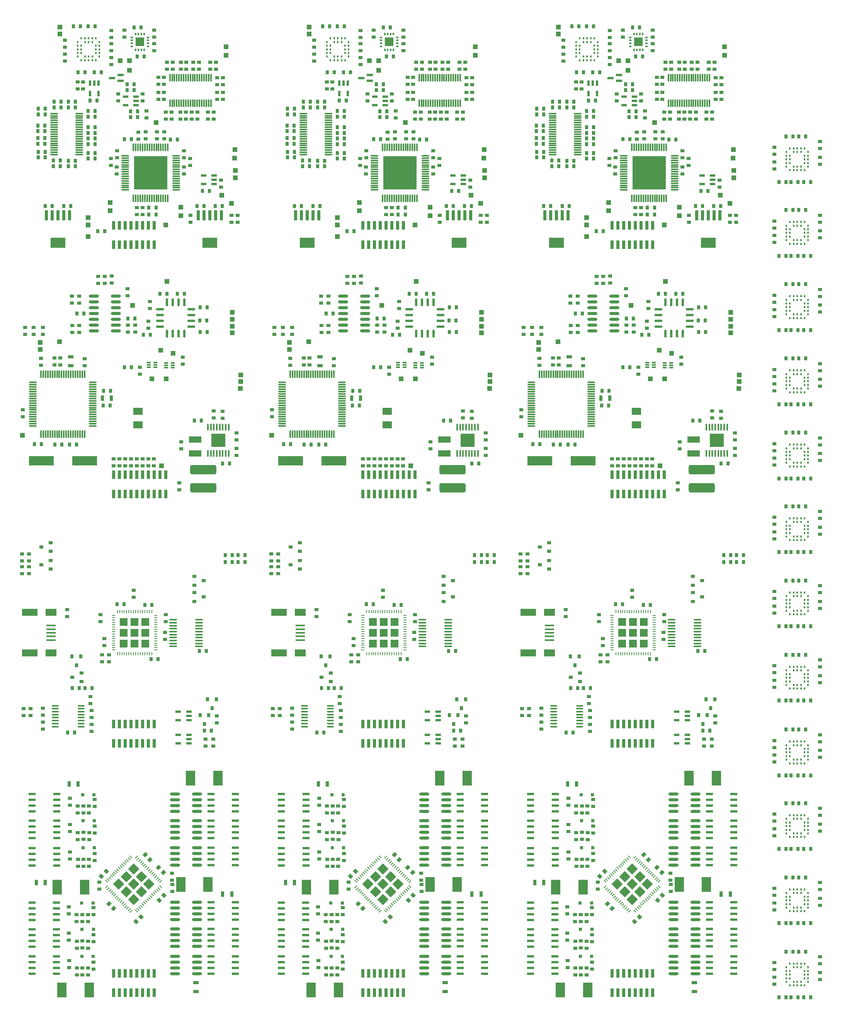
<source format=gtp>
%FSLAX23Y23*%
%MOIN*%
G70*
G01*
G75*
G04 Layer_Color=8421504*
%ADD10C,0.018*%
%ADD11R,0.031X0.037*%
%ADD12R,0.037X0.031*%
%ADD13C,0.010*%
%ADD14R,0.051X0.031*%
%ADD15O,0.087X0.024*%
%ADD16R,0.029X0.073*%
%ADD17R,0.039X0.039*%
%ADD18R,0.033X0.014*%
%ADD19R,0.033X0.014*%
G04:AMPARAMS|DCode=20|XSize=228mil|YSize=83mil|CornerRadius=21mil|HoleSize=0mil|Usage=FLASHONLY|Rotation=180.000|XOffset=0mil|YOffset=0mil|HoleType=Round|Shape=RoundedRectangle|*
%AMROUNDEDRECTD20*
21,1,0.228,0.041,0,0,180.0*
21,1,0.187,0.083,0,0,180.0*
1,1,0.041,-0.094,0.021*
1,1,0.041,0.094,0.021*
1,1,0.041,0.094,-0.021*
1,1,0.041,-0.094,-0.021*
%
%ADD20ROUNDEDRECTD20*%
%ADD21R,0.079X0.063*%
%ADD22R,0.110X0.055*%
%ADD23R,0.122X0.118*%
%ADD24O,0.014X0.065*%
%ADD25O,0.069X0.012*%
%ADD26O,0.012X0.069*%
%ADD27R,0.031X0.051*%
%ADD28O,0.022X0.071*%
%ADD29O,0.071X0.022*%
%ADD30R,0.039X0.039*%
%ADD31R,0.217X0.079*%
%ADD32C,0.012*%
%ADD33C,0.020*%
%ADD34C,0.025*%
%ADD35C,0.008*%
%ADD36C,0.035*%
%ADD37R,0.026X0.033*%
%ADD38R,0.045X0.024*%
%ADD39R,0.024X0.045*%
%ADD40R,0.026X0.087*%
%ADD41R,0.130X0.087*%
%ADD42R,0.053X0.020*%
%ADD43R,0.014X0.020*%
%ADD44R,0.020X0.014*%
%ADD45R,0.077X0.077*%
%ADD46R,0.287X0.287*%
%ADD47C,0.015*%
%ADD48C,0.006*%
%ADD49R,0.037X0.030*%
%ADD50R,0.030X0.037*%
%ADD51O,0.063X0.014*%
%ADD52R,0.047X0.022*%
%ADD53O,0.067X0.014*%
%ADD54R,0.301X0.301*%
%ADD55O,0.033X0.010*%
%ADD56O,0.010X0.033*%
%ADD57R,0.138X0.069*%
%ADD58R,0.098X0.069*%
%ADD59R,0.089X0.020*%
%ADD60R,0.031X0.035*%
%ADD61R,0.035X0.031*%
%ADD62R,0.035X0.030*%
%ADD63R,0.030X0.035*%
%ADD64C,0.030*%
%ADD65C,0.016*%
%ADD66R,0.091X0.142*%
G04:AMPARAMS|DCode=67|XSize=37mil|YSize=31mil|CornerRadius=0mil|HoleSize=0mil|Usage=FLASHONLY|Rotation=45.000|XOffset=0mil|YOffset=0mil|HoleType=Round|Shape=Rectangle|*
%AMROTATEDRECTD67*
4,1,4,-0.002,-0.024,-0.024,-0.002,0.002,0.024,0.024,0.002,-0.002,-0.024,0.0*
%
%ADD67ROTATEDRECTD67*%

%ADD68R,0.059X0.024*%
%ADD69R,0.031X0.031*%
G04:AMPARAMS|DCode=70|XSize=37mil|YSize=31mil|CornerRadius=0mil|HoleSize=0mil|Usage=FLASHONLY|Rotation=315.000|XOffset=0mil|YOffset=0mil|HoleType=Round|Shape=Rectangle|*
%AMROTATEDRECTD70*
4,1,4,-0.024,0.002,-0.002,0.024,0.024,-0.002,0.002,-0.024,-0.024,0.002,0.0*
%
%ADD70ROTATEDRECTD70*%

G04:AMPARAMS|DCode=71|XSize=10mil|YSize=33mil|CornerRadius=0mil|HoleSize=0mil|Usage=FLASHONLY|Rotation=45.000|XOffset=0mil|YOffset=0mil|HoleType=Round|Shape=Round|*
%AMOVALD71*
21,1,0.024,0.010,0.000,0.000,135.0*
1,1,0.010,0.008,-0.008*
1,1,0.010,-0.008,0.008*
%
%ADD71OVALD71*%

G04:AMPARAMS|DCode=72|XSize=10mil|YSize=33mil|CornerRadius=0mil|HoleSize=0mil|Usage=FLASHONLY|Rotation=315.000|XOffset=0mil|YOffset=0mil|HoleType=Round|Shape=Round|*
%AMOVALD72*
21,1,0.024,0.010,0.000,0.000,45.0*
1,1,0.010,-0.008,-0.008*
1,1,0.010,0.008,0.008*
%
%ADD72OVALD72*%

%ADD73P,0.426X4X360.0*%
%ADD74C,0.018*%
%ADD75C,0.025*%
%ADD76C,0.035*%
%ADD77C,0.096*%
%ADD78R,0.059X0.059*%
%ADD79C,0.059*%
%ADD80C,0.035*%
%ADD81C,0.050*%
%ADD82C,0.045*%
%ADD83R,0.059X0.059*%
%ADD84C,0.046*%
%ADD85R,0.060X0.060*%
%ADD86C,0.060*%
%ADD87R,0.060X0.060*%
%ADD88C,0.040*%
%ADD89C,0.030*%
%ADD90C,0.039*%
%ADD91C,0.032*%
%ADD92C,0.050*%
%ADD93R,6.414X0.076*%
%ADD94R,6.401X0.076*%
%ADD95R,6.406X0.061*%
%ADD96R,0.098X7.393*%
%ADD97R,0.315X0.039*%
%ADD98R,0.047X0.026*%
%ADD99C,0.024*%
%ADD100C,0.040*%
%ADD101R,0.201X0.018*%
%ADD102R,0.218X0.083*%
%ADD103R,0.026X0.047*%
%ADD104R,0.037X0.012*%
%ADD105R,0.012X0.037*%
%ADD106R,0.126X0.126*%
%ADD107R,0.022X0.047*%
%ADD108C,0.010*%
%ADD109C,0.008*%
%ADD110C,0.005*%
%ADD111C,0.020*%
%ADD112C,0.004*%
%ADD113C,0.006*%
%ADD114R,0.012X0.012*%
%ADD115R,0.014X0.014*%
%ADD116R,0.028X0.157*%
%ADD117P,0.019X4X360.0*%
%ADD118R,0.067X0.067*%
G04:AMPARAMS|DCode=119|XSize=67mil|YSize=67mil|CornerRadius=0mil|HoleSize=0mil|Usage=FLASHONLY|Rotation=315.000|XOffset=0mil|YOffset=0mil|HoleType=Round|Shape=Rectangle|*
%AMROTATEDRECTD119*
4,1,4,-0.047,0.000,-0.000,0.047,0.047,-0.000,0.000,-0.047,-0.047,0.000,0.0*
%
%ADD119ROTATEDRECTD119*%

%ADD120P,0.095X4X360.0*%
G04:AMPARAMS|DCode=121|XSize=67mil|YSize=67mil|CornerRadius=0mil|HoleSize=0mil|Usage=FLASHONLY|Rotation=315.000|XOffset=0mil|YOffset=0mil|HoleType=Round|Shape=Rectangle|*
%AMROTATEDRECTD121*
4,1,4,-0.047,-0.000,0.000,0.047,0.047,0.000,-0.000,-0.047,-0.047,-0.000,0.0*
%
%ADD121ROTATEDRECTD121*%

%ADD122P,0.095X4X360.0*%
%ADD123R,0.046X0.021*%
%ADD124O,0.032X0.008*%
%ADD125O,0.008X0.032*%
%ADD126R,0.132X0.063*%
%ADD127R,0.093X0.063*%
%ADD128R,0.083X0.014*%
%ADD129R,0.030X0.033*%
%ADD130R,0.033X0.030*%
%ADD131R,0.079X0.130*%
%ADD132R,0.030X0.030*%
G04:AMPARAMS|DCode=133|XSize=8mil|YSize=32mil|CornerRadius=0mil|HoleSize=0mil|Usage=FLASHONLY|Rotation=45.000|XOffset=0mil|YOffset=0mil|HoleType=Round|Shape=Round|*
%AMOVALD133*
21,1,0.024,0.008,0.000,0.000,135.0*
1,1,0.008,0.008,-0.008*
1,1,0.008,-0.008,0.008*
%
%ADD133OVALD133*%

G04:AMPARAMS|DCode=134|XSize=8mil|YSize=32mil|CornerRadius=0mil|HoleSize=0mil|Usage=FLASHONLY|Rotation=315.000|XOffset=0mil|YOffset=0mil|HoleType=Round|Shape=Round|*
%AMOVALD134*
21,1,0.024,0.008,0.000,0.000,45.0*
1,1,0.008,-0.008,-0.008*
1,1,0.008,0.008,0.008*
%
%ADD134OVALD134*%

D10*
X6629Y5273D02*
D03*
Y5304D02*
D03*
Y5336D02*
D03*
Y5367D02*
D03*
Y5399D02*
D03*
X6661Y5242D02*
D03*
Y5304D02*
D03*
Y5336D02*
D03*
Y5367D02*
D03*
Y5430D02*
D03*
X6692Y5242D02*
D03*
Y5273D02*
D03*
Y5399D02*
D03*
Y5430D02*
D03*
X6724Y5242D02*
D03*
Y5273D02*
D03*
Y5399D02*
D03*
Y5430D02*
D03*
X6755Y5242D02*
D03*
Y5273D02*
D03*
Y5399D02*
D03*
Y5430D02*
D03*
X6786Y5242D02*
D03*
Y5304D02*
D03*
Y5336D02*
D03*
Y5367D02*
D03*
Y5430D02*
D03*
X6818Y5273D02*
D03*
Y5304D02*
D03*
Y5336D02*
D03*
Y5367D02*
D03*
Y5399D02*
D03*
X6629Y5913D02*
D03*
Y5944D02*
D03*
Y5976D02*
D03*
Y6007D02*
D03*
Y6039D02*
D03*
X6661Y5882D02*
D03*
Y5944D02*
D03*
Y5976D02*
D03*
Y6007D02*
D03*
Y6070D02*
D03*
X6692Y5882D02*
D03*
Y5913D02*
D03*
Y6039D02*
D03*
Y6070D02*
D03*
X6724Y5882D02*
D03*
Y5913D02*
D03*
Y6039D02*
D03*
Y6070D02*
D03*
X6755Y5882D02*
D03*
Y5913D02*
D03*
Y6039D02*
D03*
Y6070D02*
D03*
X6786Y5882D02*
D03*
Y5944D02*
D03*
Y5976D02*
D03*
Y6007D02*
D03*
Y6070D02*
D03*
X6818Y5913D02*
D03*
Y5944D02*
D03*
Y5976D02*
D03*
Y6007D02*
D03*
Y6039D02*
D03*
X6629Y6553D02*
D03*
Y6584D02*
D03*
Y6616D02*
D03*
Y6647D02*
D03*
Y6679D02*
D03*
X6661Y6522D02*
D03*
Y6584D02*
D03*
Y6616D02*
D03*
Y6647D02*
D03*
Y6710D02*
D03*
X6692Y6522D02*
D03*
Y6553D02*
D03*
Y6679D02*
D03*
Y6710D02*
D03*
X6724Y6522D02*
D03*
Y6553D02*
D03*
Y6679D02*
D03*
Y6710D02*
D03*
X6755Y6522D02*
D03*
Y6553D02*
D03*
Y6679D02*
D03*
Y6710D02*
D03*
X6786Y6522D02*
D03*
Y6584D02*
D03*
Y6616D02*
D03*
Y6647D02*
D03*
Y6710D02*
D03*
X6818Y6553D02*
D03*
Y6584D02*
D03*
Y6616D02*
D03*
Y6647D02*
D03*
Y6679D02*
D03*
X6629Y7188D02*
D03*
Y7219D02*
D03*
Y7251D02*
D03*
Y7282D02*
D03*
Y7314D02*
D03*
X6661Y7157D02*
D03*
Y7219D02*
D03*
Y7251D02*
D03*
Y7282D02*
D03*
Y7345D02*
D03*
X6692Y7157D02*
D03*
Y7188D02*
D03*
Y7314D02*
D03*
Y7345D02*
D03*
X6724Y7157D02*
D03*
Y7188D02*
D03*
Y7314D02*
D03*
Y7345D02*
D03*
X6755Y7157D02*
D03*
Y7188D02*
D03*
Y7314D02*
D03*
Y7345D02*
D03*
X6786Y7157D02*
D03*
Y7219D02*
D03*
Y7251D02*
D03*
Y7282D02*
D03*
Y7345D02*
D03*
X6818Y7188D02*
D03*
Y7219D02*
D03*
Y7251D02*
D03*
Y7282D02*
D03*
Y7314D02*
D03*
X6629Y2718D02*
D03*
Y2749D02*
D03*
Y2781D02*
D03*
Y2812D02*
D03*
Y2844D02*
D03*
X6661Y2687D02*
D03*
Y2749D02*
D03*
Y2781D02*
D03*
Y2812D02*
D03*
Y2875D02*
D03*
X6692Y2687D02*
D03*
Y2718D02*
D03*
Y2844D02*
D03*
Y2875D02*
D03*
X6724Y2687D02*
D03*
Y2718D02*
D03*
Y2844D02*
D03*
Y2875D02*
D03*
X6755Y2687D02*
D03*
Y2718D02*
D03*
Y2844D02*
D03*
Y2875D02*
D03*
X6786Y2687D02*
D03*
Y2749D02*
D03*
Y2781D02*
D03*
Y2812D02*
D03*
Y2875D02*
D03*
X6818Y2718D02*
D03*
Y2749D02*
D03*
Y2781D02*
D03*
Y2812D02*
D03*
Y2844D02*
D03*
X6629Y3358D02*
D03*
Y3389D02*
D03*
Y3421D02*
D03*
Y3452D02*
D03*
Y3484D02*
D03*
X6661Y3327D02*
D03*
Y3389D02*
D03*
Y3421D02*
D03*
Y3452D02*
D03*
Y3515D02*
D03*
X6692Y3327D02*
D03*
Y3358D02*
D03*
Y3484D02*
D03*
Y3515D02*
D03*
X6724Y3327D02*
D03*
Y3358D02*
D03*
Y3484D02*
D03*
Y3515D02*
D03*
X6755Y3327D02*
D03*
Y3358D02*
D03*
Y3484D02*
D03*
Y3515D02*
D03*
X6786Y3327D02*
D03*
Y3389D02*
D03*
Y3421D02*
D03*
Y3452D02*
D03*
Y3515D02*
D03*
X6818Y3358D02*
D03*
Y3389D02*
D03*
Y3421D02*
D03*
Y3452D02*
D03*
Y3484D02*
D03*
X6629Y3998D02*
D03*
Y4029D02*
D03*
Y4061D02*
D03*
Y4092D02*
D03*
Y4124D02*
D03*
X6661Y3967D02*
D03*
Y4029D02*
D03*
Y4061D02*
D03*
Y4092D02*
D03*
Y4155D02*
D03*
X6692Y3967D02*
D03*
Y3998D02*
D03*
Y4124D02*
D03*
Y4155D02*
D03*
X6724Y3967D02*
D03*
Y3998D02*
D03*
Y4124D02*
D03*
Y4155D02*
D03*
X6755Y3967D02*
D03*
Y3998D02*
D03*
Y4124D02*
D03*
Y4155D02*
D03*
X6786Y3967D02*
D03*
Y4029D02*
D03*
Y4061D02*
D03*
Y4092D02*
D03*
Y4155D02*
D03*
X6818Y3998D02*
D03*
Y4029D02*
D03*
Y4061D02*
D03*
Y4092D02*
D03*
Y4124D02*
D03*
X6629Y4633D02*
D03*
Y4664D02*
D03*
Y4696D02*
D03*
Y4727D02*
D03*
Y4759D02*
D03*
X6661Y4602D02*
D03*
Y4664D02*
D03*
Y4696D02*
D03*
Y4727D02*
D03*
Y4790D02*
D03*
X6692Y4602D02*
D03*
Y4633D02*
D03*
Y4759D02*
D03*
Y4790D02*
D03*
X6724Y4602D02*
D03*
Y4633D02*
D03*
Y4759D02*
D03*
Y4790D02*
D03*
X6755Y4602D02*
D03*
Y4633D02*
D03*
Y4759D02*
D03*
Y4790D02*
D03*
X6786Y4602D02*
D03*
Y4664D02*
D03*
Y4696D02*
D03*
Y4727D02*
D03*
Y4790D02*
D03*
X6818Y4633D02*
D03*
Y4664D02*
D03*
Y4696D02*
D03*
Y4727D02*
D03*
Y4759D02*
D03*
X4973Y8104D02*
D03*
X4942D02*
D03*
X4910D02*
D03*
X4879D02*
D03*
X4847D02*
D03*
X5004Y8136D02*
D03*
X4942D02*
D03*
X4910D02*
D03*
X4879D02*
D03*
X4816D02*
D03*
X5004Y8167D02*
D03*
X4973D02*
D03*
X4847D02*
D03*
X4816D02*
D03*
X5004Y8198D02*
D03*
X4973D02*
D03*
X4847D02*
D03*
X4816D02*
D03*
X5004Y8230D02*
D03*
X4973D02*
D03*
X4847D02*
D03*
X4816D02*
D03*
X5004Y8261D02*
D03*
X4942D02*
D03*
X4910D02*
D03*
X4879D02*
D03*
X4816D02*
D03*
X4973Y8293D02*
D03*
X4942D02*
D03*
X4910D02*
D03*
X4879D02*
D03*
X4847D02*
D03*
X2823Y8104D02*
D03*
X2792D02*
D03*
X2760D02*
D03*
X2729D02*
D03*
X2697D02*
D03*
X2854Y8136D02*
D03*
X2792D02*
D03*
X2760D02*
D03*
X2729D02*
D03*
X2666D02*
D03*
X2854Y8167D02*
D03*
X2823D02*
D03*
X2697D02*
D03*
X2666D02*
D03*
X2854Y8198D02*
D03*
X2823D02*
D03*
X2697D02*
D03*
X2666D02*
D03*
X2854Y8230D02*
D03*
X2823D02*
D03*
X2697D02*
D03*
X2666D02*
D03*
X2854Y8261D02*
D03*
X2792D02*
D03*
X2760D02*
D03*
X2729D02*
D03*
X2666D02*
D03*
X2823Y8293D02*
D03*
X2792D02*
D03*
X2760D02*
D03*
X2729D02*
D03*
X2697D02*
D03*
X6629Y2073D02*
D03*
Y2104D02*
D03*
Y2136D02*
D03*
Y2167D02*
D03*
Y2199D02*
D03*
X6661Y2042D02*
D03*
Y2104D02*
D03*
Y2136D02*
D03*
Y2167D02*
D03*
Y2230D02*
D03*
X6692Y2042D02*
D03*
Y2073D02*
D03*
Y2199D02*
D03*
Y2230D02*
D03*
X6724Y2042D02*
D03*
Y2073D02*
D03*
Y2199D02*
D03*
Y2230D02*
D03*
X6755Y2042D02*
D03*
Y2073D02*
D03*
Y2199D02*
D03*
Y2230D02*
D03*
X6786Y2042D02*
D03*
Y2104D02*
D03*
Y2136D02*
D03*
Y2167D02*
D03*
Y2230D02*
D03*
X6818Y2073D02*
D03*
Y2104D02*
D03*
Y2136D02*
D03*
Y2167D02*
D03*
Y2199D02*
D03*
X6629Y1438D02*
D03*
Y1469D02*
D03*
Y1501D02*
D03*
Y1532D02*
D03*
Y1564D02*
D03*
X6661Y1407D02*
D03*
Y1469D02*
D03*
Y1501D02*
D03*
Y1532D02*
D03*
Y1595D02*
D03*
X6692Y1407D02*
D03*
Y1438D02*
D03*
Y1564D02*
D03*
Y1595D02*
D03*
X6724Y1407D02*
D03*
Y1438D02*
D03*
Y1564D02*
D03*
Y1595D02*
D03*
X6755Y1407D02*
D03*
Y1438D02*
D03*
Y1564D02*
D03*
Y1595D02*
D03*
X6786Y1407D02*
D03*
Y1469D02*
D03*
Y1501D02*
D03*
Y1532D02*
D03*
Y1595D02*
D03*
X6818Y1438D02*
D03*
Y1469D02*
D03*
Y1501D02*
D03*
Y1532D02*
D03*
Y1564D02*
D03*
X6629Y798D02*
D03*
Y829D02*
D03*
Y861D02*
D03*
Y892D02*
D03*
Y924D02*
D03*
X6661Y767D02*
D03*
Y829D02*
D03*
Y861D02*
D03*
Y892D02*
D03*
Y955D02*
D03*
X6692Y767D02*
D03*
Y798D02*
D03*
Y924D02*
D03*
Y955D02*
D03*
X6724Y767D02*
D03*
Y798D02*
D03*
Y924D02*
D03*
Y955D02*
D03*
X6755Y767D02*
D03*
Y798D02*
D03*
Y924D02*
D03*
Y955D02*
D03*
X6786Y767D02*
D03*
Y829D02*
D03*
Y861D02*
D03*
Y892D02*
D03*
Y955D02*
D03*
X6818Y798D02*
D03*
Y829D02*
D03*
Y861D02*
D03*
Y892D02*
D03*
Y924D02*
D03*
X6629Y158D02*
D03*
Y189D02*
D03*
Y221D02*
D03*
Y252D02*
D03*
Y284D02*
D03*
X6661Y127D02*
D03*
Y189D02*
D03*
Y221D02*
D03*
Y252D02*
D03*
Y315D02*
D03*
X6692Y127D02*
D03*
Y158D02*
D03*
Y284D02*
D03*
Y315D02*
D03*
X6724Y127D02*
D03*
Y158D02*
D03*
Y284D02*
D03*
Y315D02*
D03*
X6755Y127D02*
D03*
Y158D02*
D03*
Y284D02*
D03*
Y315D02*
D03*
X6786Y127D02*
D03*
Y189D02*
D03*
Y221D02*
D03*
Y252D02*
D03*
Y315D02*
D03*
X6818Y158D02*
D03*
Y189D02*
D03*
Y221D02*
D03*
Y252D02*
D03*
Y284D02*
D03*
X673Y8104D02*
D03*
X642D02*
D03*
X610D02*
D03*
X579D02*
D03*
X547D02*
D03*
X704Y8136D02*
D03*
X642D02*
D03*
X610D02*
D03*
X579D02*
D03*
X516D02*
D03*
X704Y8167D02*
D03*
X673D02*
D03*
X547D02*
D03*
X516D02*
D03*
X704Y8198D02*
D03*
X673D02*
D03*
X547D02*
D03*
X516D02*
D03*
X704Y8230D02*
D03*
X673D02*
D03*
X547D02*
D03*
X516D02*
D03*
X704Y8261D02*
D03*
X642D02*
D03*
X610D02*
D03*
X579D02*
D03*
X516D02*
D03*
X673Y8293D02*
D03*
X642D02*
D03*
X610D02*
D03*
X579D02*
D03*
X547D02*
D03*
D11*
X6735Y5533D02*
D03*
X6795D02*
D03*
X6685D02*
D03*
X6625D02*
D03*
X6625Y5138D02*
D03*
X6565D02*
D03*
X6730D02*
D03*
X6670D02*
D03*
X6840D02*
D03*
X6780D02*
D03*
X6735Y6173D02*
D03*
X6795D02*
D03*
X6685D02*
D03*
X6625D02*
D03*
X6625Y5778D02*
D03*
X6565D02*
D03*
X6730D02*
D03*
X6670D02*
D03*
X6840D02*
D03*
X6780D02*
D03*
X6735Y6813D02*
D03*
X6795D02*
D03*
X6685D02*
D03*
X6625D02*
D03*
X6625Y6418D02*
D03*
X6565D02*
D03*
X6730D02*
D03*
X6670D02*
D03*
X6840D02*
D03*
X6780D02*
D03*
X6735Y7448D02*
D03*
X6795D02*
D03*
X6685D02*
D03*
X6625D02*
D03*
X6625Y7053D02*
D03*
X6565D02*
D03*
X6730D02*
D03*
X6670D02*
D03*
X6840D02*
D03*
X6780D02*
D03*
X6735Y2978D02*
D03*
X6795D02*
D03*
X6685D02*
D03*
X6625D02*
D03*
X6625Y2583D02*
D03*
X6565D02*
D03*
X6730D02*
D03*
X6670D02*
D03*
X6840D02*
D03*
X6780D02*
D03*
X6735Y3618D02*
D03*
X6795D02*
D03*
X6685D02*
D03*
X6625D02*
D03*
X6625Y3223D02*
D03*
X6565D02*
D03*
X6730D02*
D03*
X6670D02*
D03*
X6840D02*
D03*
X6780D02*
D03*
X6735Y4258D02*
D03*
X6795D02*
D03*
X6685D02*
D03*
X6625D02*
D03*
X6625Y3863D02*
D03*
X6565D02*
D03*
X6730D02*
D03*
X6670D02*
D03*
X6840D02*
D03*
X6780D02*
D03*
X6735Y4893D02*
D03*
X6795D02*
D03*
X6685D02*
D03*
X6625D02*
D03*
X6625Y4498D02*
D03*
X6565D02*
D03*
X6730D02*
D03*
X6670D02*
D03*
X6840D02*
D03*
X6780D02*
D03*
X5100Y5254D02*
D03*
X5040D02*
D03*
X4442Y4795D02*
D03*
X4502D02*
D03*
X5280Y5458D02*
D03*
X5220D02*
D03*
X5528Y6092D02*
D03*
X5588D02*
D03*
X6126Y4629D02*
D03*
X6066D02*
D03*
X5882Y4998D02*
D03*
X5822D02*
D03*
X4746Y4792D02*
D03*
X4806D02*
D03*
X4679D02*
D03*
X4619D02*
D03*
X5038Y5128D02*
D03*
X5098D02*
D03*
X5932Y5761D02*
D03*
X5872D02*
D03*
X5931Y5860D02*
D03*
X5871D02*
D03*
X5932Y5973D02*
D03*
X5872D02*
D03*
X5677Y6091D02*
D03*
X5737D02*
D03*
X5251Y5876D02*
D03*
X5311D02*
D03*
X4810Y5921D02*
D03*
X4870D02*
D03*
X5382Y5739D02*
D03*
X5442D02*
D03*
X4990Y6632D02*
D03*
X5050D02*
D03*
X5331Y8137D02*
D03*
X5391D02*
D03*
X5243Y7848D02*
D03*
X5303D02*
D03*
X5243Y7897D02*
D03*
X5303D02*
D03*
X5273Y7663D02*
D03*
X5333D02*
D03*
X5273Y7614D02*
D03*
X5333D02*
D03*
X5675Y7421D02*
D03*
X5615D02*
D03*
X4982Y7758D02*
D03*
X4922D02*
D03*
X4695Y6847D02*
D03*
X4755D02*
D03*
X4596D02*
D03*
X4536D02*
D03*
X6004Y6846D02*
D03*
X6064D02*
D03*
X5906D02*
D03*
X5846D02*
D03*
X5892Y6976D02*
D03*
X5952D02*
D03*
X5280Y7425D02*
D03*
X5220D02*
D03*
X4608Y7192D02*
D03*
X4668D02*
D03*
X4668Y7240D02*
D03*
X4608D02*
D03*
X4738Y7239D02*
D03*
X4798D02*
D03*
X4967Y7256D02*
D03*
X4907D02*
D03*
X4967Y7304D02*
D03*
X4907D02*
D03*
X4967Y7382D02*
D03*
X4907D02*
D03*
X4967Y7430D02*
D03*
X4907D02*
D03*
X4967Y7478D02*
D03*
X4907D02*
D03*
X4967Y7528D02*
D03*
X4907D02*
D03*
X4737Y7698D02*
D03*
X4797D02*
D03*
Y7748D02*
D03*
X4737D02*
D03*
X4612Y7698D02*
D03*
X4672D02*
D03*
Y7748D02*
D03*
X4612D02*
D03*
X4537Y7267D02*
D03*
X4477D02*
D03*
X4535Y7315D02*
D03*
X4475D02*
D03*
X4533Y7385D02*
D03*
X4473D02*
D03*
X4533Y7433D02*
D03*
X4473D02*
D03*
X4532Y7493D02*
D03*
X4472D02*
D03*
X4532Y7541D02*
D03*
X4472D02*
D03*
X4536Y7638D02*
D03*
X4476D02*
D03*
X4537Y7688D02*
D03*
X4477D02*
D03*
X4798Y7191D02*
D03*
X4738D02*
D03*
X4967Y7619D02*
D03*
X4907D02*
D03*
X4967Y7669D02*
D03*
X4907D02*
D03*
X4840Y8396D02*
D03*
X4780D02*
D03*
X4905D02*
D03*
X4965D02*
D03*
X4960Y8001D02*
D03*
X5020D02*
D03*
X4881Y8002D02*
D03*
X4821D02*
D03*
X5364Y8389D02*
D03*
X5304D02*
D03*
X2840Y6632D02*
D03*
X2900D02*
D03*
X3181Y8137D02*
D03*
X3241D02*
D03*
X3093Y7848D02*
D03*
X3153D02*
D03*
X3093Y7897D02*
D03*
X3153D02*
D03*
X3123Y7663D02*
D03*
X3183D02*
D03*
X3123Y7614D02*
D03*
X3183D02*
D03*
X3525Y7421D02*
D03*
X3465D02*
D03*
X2832Y7758D02*
D03*
X2772D02*
D03*
X2545Y6847D02*
D03*
X2605D02*
D03*
X2446D02*
D03*
X2386D02*
D03*
X3854Y6846D02*
D03*
X3914D02*
D03*
X3756D02*
D03*
X3696D02*
D03*
X3742Y6976D02*
D03*
X3802D02*
D03*
X3130Y7425D02*
D03*
X3070D02*
D03*
X2458Y7192D02*
D03*
X2518D02*
D03*
X2518Y7240D02*
D03*
X2458D02*
D03*
X2588Y7239D02*
D03*
X2648D02*
D03*
X2817Y7256D02*
D03*
X2757D02*
D03*
X2817Y7304D02*
D03*
X2757D02*
D03*
X2817Y7382D02*
D03*
X2757D02*
D03*
X2817Y7430D02*
D03*
X2757D02*
D03*
X2817Y7478D02*
D03*
X2757D02*
D03*
X2817Y7528D02*
D03*
X2757D02*
D03*
X2587Y7698D02*
D03*
X2647D02*
D03*
Y7748D02*
D03*
X2587D02*
D03*
X2462Y7698D02*
D03*
X2522D02*
D03*
Y7748D02*
D03*
X2462D02*
D03*
X2387Y7267D02*
D03*
X2327D02*
D03*
X2385Y7315D02*
D03*
X2325D02*
D03*
X2383Y7385D02*
D03*
X2323D02*
D03*
X2383Y7433D02*
D03*
X2323D02*
D03*
X2382Y7493D02*
D03*
X2322D02*
D03*
X2382Y7541D02*
D03*
X2322D02*
D03*
X2386Y7638D02*
D03*
X2326D02*
D03*
X2387Y7688D02*
D03*
X2327D02*
D03*
X2648Y7191D02*
D03*
X2588D02*
D03*
X2817Y7619D02*
D03*
X2757D02*
D03*
X2817Y7669D02*
D03*
X2757D02*
D03*
X2690Y8396D02*
D03*
X2630D02*
D03*
X2755D02*
D03*
X2815D02*
D03*
X2810Y8001D02*
D03*
X2870D02*
D03*
X2731Y8002D02*
D03*
X2671D02*
D03*
X3214Y8389D02*
D03*
X3154D02*
D03*
X2950Y5254D02*
D03*
X2890D02*
D03*
X2292Y4795D02*
D03*
X2352D02*
D03*
X3130Y5458D02*
D03*
X3070D02*
D03*
X3378Y6092D02*
D03*
X3438D02*
D03*
X3976Y4629D02*
D03*
X3916D02*
D03*
X3732Y4998D02*
D03*
X3672D02*
D03*
X2596Y4792D02*
D03*
X2656D02*
D03*
X2529D02*
D03*
X2469D02*
D03*
X2888Y5128D02*
D03*
X2948D02*
D03*
X3782Y5761D02*
D03*
X3722D02*
D03*
X3781Y5860D02*
D03*
X3721D02*
D03*
X3782Y5973D02*
D03*
X3722D02*
D03*
X3527Y6091D02*
D03*
X3587D02*
D03*
X3101Y5876D02*
D03*
X3161D02*
D03*
X2660Y5921D02*
D03*
X2720D02*
D03*
X3232Y5739D02*
D03*
X3292D02*
D03*
X6735Y2333D02*
D03*
X6795D02*
D03*
X6685D02*
D03*
X6625D02*
D03*
X6625Y1938D02*
D03*
X6565D02*
D03*
X6730D02*
D03*
X6670D02*
D03*
X6840D02*
D03*
X6780D02*
D03*
X6735Y1698D02*
D03*
X6795D02*
D03*
X6685D02*
D03*
X6625D02*
D03*
X6625Y1303D02*
D03*
X6565D02*
D03*
X6730D02*
D03*
X6670D02*
D03*
X6840D02*
D03*
X6780D02*
D03*
X6735Y1058D02*
D03*
X6795D02*
D03*
X6685D02*
D03*
X6625D02*
D03*
X6625Y663D02*
D03*
X6565D02*
D03*
X6730D02*
D03*
X6670D02*
D03*
X6840D02*
D03*
X6780D02*
D03*
X6735Y418D02*
D03*
X6795D02*
D03*
X6685D02*
D03*
X6625D02*
D03*
X6625Y23D02*
D03*
X6565D02*
D03*
X6730D02*
D03*
X6670D02*
D03*
X6840D02*
D03*
X6780D02*
D03*
X800Y5254D02*
D03*
X740D02*
D03*
X142Y4795D02*
D03*
X202D02*
D03*
X980Y5458D02*
D03*
X920D02*
D03*
X1228Y6092D02*
D03*
X1288D02*
D03*
X1826Y4629D02*
D03*
X1766D02*
D03*
X1582Y4998D02*
D03*
X1522D02*
D03*
X446Y4792D02*
D03*
X506D02*
D03*
X379D02*
D03*
X319D02*
D03*
X738Y5128D02*
D03*
X798D02*
D03*
X1632Y5761D02*
D03*
X1572D02*
D03*
X1631Y5860D02*
D03*
X1571D02*
D03*
X1632Y5973D02*
D03*
X1572D02*
D03*
X1377Y6091D02*
D03*
X1437D02*
D03*
X951Y5876D02*
D03*
X1011D02*
D03*
X510Y5921D02*
D03*
X570D02*
D03*
X1082Y5739D02*
D03*
X1142D02*
D03*
X690Y6632D02*
D03*
X750D02*
D03*
X1031Y8137D02*
D03*
X1091D02*
D03*
X943Y7848D02*
D03*
X1003D02*
D03*
X943Y7897D02*
D03*
X1003D02*
D03*
X973Y7663D02*
D03*
X1033D02*
D03*
X973Y7614D02*
D03*
X1033D02*
D03*
X1375Y7421D02*
D03*
X1315D02*
D03*
X682Y7758D02*
D03*
X622D02*
D03*
X395Y6847D02*
D03*
X455D02*
D03*
X296D02*
D03*
X236D02*
D03*
X1704Y6846D02*
D03*
X1764D02*
D03*
X1606D02*
D03*
X1546D02*
D03*
X1592Y6976D02*
D03*
X1652D02*
D03*
X980Y7425D02*
D03*
X920D02*
D03*
X308Y7192D02*
D03*
X368D02*
D03*
X368Y7240D02*
D03*
X308D02*
D03*
X438Y7239D02*
D03*
X498D02*
D03*
X667Y7256D02*
D03*
X607D02*
D03*
X667Y7304D02*
D03*
X607D02*
D03*
X667Y7382D02*
D03*
X607D02*
D03*
X667Y7430D02*
D03*
X607D02*
D03*
X667Y7478D02*
D03*
X607D02*
D03*
X667Y7528D02*
D03*
X607D02*
D03*
X437Y7698D02*
D03*
X497D02*
D03*
Y7748D02*
D03*
X437D02*
D03*
X312Y7698D02*
D03*
X372D02*
D03*
Y7748D02*
D03*
X312D02*
D03*
X237Y7267D02*
D03*
X177D02*
D03*
X235Y7315D02*
D03*
X175D02*
D03*
X233Y7385D02*
D03*
X173D02*
D03*
X233Y7433D02*
D03*
X173D02*
D03*
X232Y7493D02*
D03*
X172D02*
D03*
X232Y7541D02*
D03*
X172D02*
D03*
X236Y7638D02*
D03*
X176D02*
D03*
X237Y7688D02*
D03*
X177D02*
D03*
X498Y7191D02*
D03*
X438D02*
D03*
X667Y7619D02*
D03*
X607D02*
D03*
X667Y7669D02*
D03*
X607D02*
D03*
X540Y8396D02*
D03*
X480D02*
D03*
X605D02*
D03*
X665D02*
D03*
X660Y8001D02*
D03*
X720D02*
D03*
X581Y8002D02*
D03*
X521D02*
D03*
X1064Y8389D02*
D03*
X1004D02*
D03*
D12*
X6525Y5378D02*
D03*
Y5438D02*
D03*
Y5313D02*
D03*
Y5253D02*
D03*
X6920Y5353D02*
D03*
Y5293D02*
D03*
Y5428D02*
D03*
Y5488D02*
D03*
X6525Y6018D02*
D03*
Y6078D02*
D03*
Y5953D02*
D03*
Y5893D02*
D03*
X6920Y5993D02*
D03*
Y5933D02*
D03*
Y6068D02*
D03*
Y6128D02*
D03*
X6525Y6658D02*
D03*
Y6718D02*
D03*
Y6593D02*
D03*
Y6533D02*
D03*
X6920Y6633D02*
D03*
Y6573D02*
D03*
Y6708D02*
D03*
Y6768D02*
D03*
X6525Y7293D02*
D03*
Y7353D02*
D03*
Y7228D02*
D03*
Y7168D02*
D03*
X6920Y7268D02*
D03*
Y7208D02*
D03*
Y7343D02*
D03*
Y7403D02*
D03*
X6525Y2823D02*
D03*
Y2883D02*
D03*
Y2758D02*
D03*
Y2698D02*
D03*
X6920Y2798D02*
D03*
Y2738D02*
D03*
Y2873D02*
D03*
Y2933D02*
D03*
X6525Y3463D02*
D03*
Y3523D02*
D03*
Y3398D02*
D03*
Y3338D02*
D03*
X6920Y3438D02*
D03*
Y3378D02*
D03*
Y3513D02*
D03*
Y3573D02*
D03*
X6525Y4103D02*
D03*
Y4163D02*
D03*
Y4038D02*
D03*
Y3978D02*
D03*
X6920Y4078D02*
D03*
Y4018D02*
D03*
Y4153D02*
D03*
Y4213D02*
D03*
X6525Y4738D02*
D03*
Y4798D02*
D03*
Y4673D02*
D03*
Y4613D02*
D03*
X6920Y4713D02*
D03*
Y4653D02*
D03*
Y4788D02*
D03*
Y4848D02*
D03*
X4501Y5473D02*
D03*
Y5533D02*
D03*
X4615Y5479D02*
D03*
Y5539D02*
D03*
X4666Y5479D02*
D03*
Y5539D02*
D03*
X4831Y6071D02*
D03*
Y6011D02*
D03*
X4767Y6071D02*
D03*
Y6011D02*
D03*
X4515Y5740D02*
D03*
Y5800D02*
D03*
X4438Y5740D02*
D03*
Y5800D02*
D03*
X4363Y5740D02*
D03*
Y5800D02*
D03*
X5176Y4666D02*
D03*
Y4606D02*
D03*
X5227Y4666D02*
D03*
Y4606D02*
D03*
X5276Y4666D02*
D03*
Y4606D02*
D03*
X5325Y4666D02*
D03*
Y4606D02*
D03*
X5376Y4666D02*
D03*
Y4606D02*
D03*
X5425Y4666D02*
D03*
Y4606D02*
D03*
X6185Y4890D02*
D03*
Y4830D02*
D03*
X5352Y5458D02*
D03*
Y5398D02*
D03*
X5710Y4814D02*
D03*
Y4754D02*
D03*
X6185Y4697D02*
D03*
Y4757D02*
D03*
X5991Y5081D02*
D03*
Y5021D02*
D03*
X6068Y5079D02*
D03*
Y5019D02*
D03*
X5126Y4666D02*
D03*
Y4606D02*
D03*
X5474Y4666D02*
D03*
Y4606D02*
D03*
X4343Y5031D02*
D03*
Y5091D02*
D03*
X4876Y5471D02*
D03*
Y5531D02*
D03*
X5440Y6023D02*
D03*
Y5963D02*
D03*
X4769Y5759D02*
D03*
Y5819D02*
D03*
X4831Y5759D02*
D03*
Y5819D02*
D03*
X5245Y6134D02*
D03*
Y6074D02*
D03*
X5723Y5485D02*
D03*
Y5545D02*
D03*
X5425Y5793D02*
D03*
Y5853D02*
D03*
X5312Y5762D02*
D03*
Y5822D02*
D03*
X5251Y5762D02*
D03*
Y5822D02*
D03*
X4993Y6242D02*
D03*
Y6182D02*
D03*
X5109Y6243D02*
D03*
Y6183D02*
D03*
X5051Y6182D02*
D03*
Y6242D02*
D03*
X5694Y4400D02*
D03*
Y4460D02*
D03*
X5167Y7814D02*
D03*
Y7754D02*
D03*
X5410Y7667D02*
D03*
Y7607D02*
D03*
X5377Y7814D02*
D03*
Y7754D02*
D03*
X5562Y7426D02*
D03*
Y7486D02*
D03*
X5499Y7426D02*
D03*
Y7486D02*
D03*
X5733Y7264D02*
D03*
Y7324D02*
D03*
X5786Y7196D02*
D03*
Y7256D02*
D03*
X5734Y7183D02*
D03*
Y7123D02*
D03*
X5377Y6773D02*
D03*
Y6833D02*
D03*
X5327D02*
D03*
Y6773D02*
D03*
X5154Y7183D02*
D03*
Y7123D02*
D03*
X5158Y7323D02*
D03*
Y7263D02*
D03*
X5102Y7258D02*
D03*
Y7198D02*
D03*
X4864Y7918D02*
D03*
Y7858D02*
D03*
X4816Y7859D02*
D03*
Y7919D02*
D03*
X6054Y7012D02*
D03*
Y7072D02*
D03*
X5791Y6708D02*
D03*
Y6768D02*
D03*
X6142Y6708D02*
D03*
Y6768D02*
D03*
X6197D02*
D03*
Y6708D02*
D03*
X5403Y7426D02*
D03*
Y7486D02*
D03*
X5340Y7485D02*
D03*
Y7425D02*
D03*
X6019Y7829D02*
D03*
Y7769D02*
D03*
Y7954D02*
D03*
Y7894D02*
D03*
X5513Y7958D02*
D03*
Y7898D02*
D03*
X5560Y7828D02*
D03*
Y7768D02*
D03*
X6009Y8029D02*
D03*
Y8089D02*
D03*
X6069Y7769D02*
D03*
Y7829D02*
D03*
X5990Y7599D02*
D03*
Y7659D02*
D03*
X5940Y7599D02*
D03*
Y7659D02*
D03*
X5959Y8029D02*
D03*
Y8089D02*
D03*
X5862Y8029D02*
D03*
Y8089D02*
D03*
X5849Y7599D02*
D03*
Y7659D02*
D03*
X5799Y7599D02*
D03*
Y7659D02*
D03*
X5814Y8029D02*
D03*
Y8089D02*
D03*
X6069Y7894D02*
D03*
Y7954D02*
D03*
X5754Y8029D02*
D03*
Y8089D02*
D03*
X5561Y7898D02*
D03*
Y7958D02*
D03*
X5751Y7599D02*
D03*
Y7659D02*
D03*
X5703Y7599D02*
D03*
Y7659D02*
D03*
X5706Y8029D02*
D03*
Y8089D02*
D03*
X5636Y8029D02*
D03*
Y8089D02*
D03*
X5625Y7599D02*
D03*
Y7659D02*
D03*
X5577Y7599D02*
D03*
Y7659D02*
D03*
X5588Y8029D02*
D03*
Y8089D02*
D03*
X5512Y7768D02*
D03*
Y7828D02*
D03*
X5108Y8068D02*
D03*
Y8128D02*
D03*
X4708Y8217D02*
D03*
Y8277D02*
D03*
Y8157D02*
D03*
Y8097D02*
D03*
X5108Y8361D02*
D03*
Y8301D02*
D03*
Y8246D02*
D03*
Y8186D02*
D03*
X5219Y8363D02*
D03*
Y8303D02*
D03*
X5477Y8363D02*
D03*
Y8303D02*
D03*
Y8187D02*
D03*
Y8247D02*
D03*
X5630Y1034D02*
D03*
Y1094D02*
D03*
X5634Y997D02*
D03*
Y937D02*
D03*
X4867Y1214D02*
D03*
Y1154D02*
D03*
X4858Y278D02*
D03*
Y218D02*
D03*
X4866Y1675D02*
D03*
Y1615D02*
D03*
X4857Y739D02*
D03*
Y679D02*
D03*
X5003Y958D02*
D03*
Y1018D02*
D03*
X4866Y1446D02*
D03*
Y1386D02*
D03*
X4857Y510D02*
D03*
Y450D02*
D03*
X4819Y1214D02*
D03*
Y1154D02*
D03*
X4810Y278D02*
D03*
Y218D02*
D03*
X4818Y1445D02*
D03*
Y1385D02*
D03*
X4809Y509D02*
D03*
Y449D02*
D03*
X4817Y1675D02*
D03*
Y1615D02*
D03*
X4808Y739D02*
D03*
Y679D02*
D03*
X4962Y1265D02*
D03*
Y1205D02*
D03*
X4953Y329D02*
D03*
Y269D02*
D03*
X4963Y1501D02*
D03*
Y1441D02*
D03*
X4954Y565D02*
D03*
Y505D02*
D03*
X4962Y1732D02*
D03*
Y1672D02*
D03*
X4953Y796D02*
D03*
Y736D02*
D03*
X4751Y1278D02*
D03*
Y1218D02*
D03*
X4742Y342D02*
D03*
Y282D02*
D03*
X4749Y1514D02*
D03*
Y1454D02*
D03*
X4740Y578D02*
D03*
Y518D02*
D03*
X4749Y1741D02*
D03*
Y1681D02*
D03*
X4740Y805D02*
D03*
Y745D02*
D03*
X4914Y1214D02*
D03*
Y1154D02*
D03*
X4905Y278D02*
D03*
Y218D02*
D03*
X4914Y1674D02*
D03*
Y1614D02*
D03*
X4905Y738D02*
D03*
Y678D02*
D03*
X4915Y1445D02*
D03*
Y1385D02*
D03*
X4906Y509D02*
D03*
Y449D02*
D03*
X3480Y1034D02*
D03*
Y1094D02*
D03*
X3484Y997D02*
D03*
Y937D02*
D03*
X2717Y1214D02*
D03*
Y1154D02*
D03*
X2708Y278D02*
D03*
Y218D02*
D03*
X2716Y1675D02*
D03*
Y1615D02*
D03*
X2707Y739D02*
D03*
Y679D02*
D03*
X2853Y958D02*
D03*
Y1018D02*
D03*
X2716Y1446D02*
D03*
Y1386D02*
D03*
X2707Y510D02*
D03*
Y450D02*
D03*
X2669Y1214D02*
D03*
Y1154D02*
D03*
X2660Y278D02*
D03*
Y218D02*
D03*
X2668Y1445D02*
D03*
Y1385D02*
D03*
X2659Y509D02*
D03*
Y449D02*
D03*
X2667Y1675D02*
D03*
Y1615D02*
D03*
X2658Y739D02*
D03*
Y679D02*
D03*
X2812Y1265D02*
D03*
Y1205D02*
D03*
X2803Y329D02*
D03*
Y269D02*
D03*
X2813Y1501D02*
D03*
Y1441D02*
D03*
X2804Y565D02*
D03*
Y505D02*
D03*
X2812Y1732D02*
D03*
Y1672D02*
D03*
X2803Y796D02*
D03*
Y736D02*
D03*
X2601Y1278D02*
D03*
Y1218D02*
D03*
X2592Y342D02*
D03*
Y282D02*
D03*
X2599Y1514D02*
D03*
Y1454D02*
D03*
X2590Y578D02*
D03*
Y518D02*
D03*
X2599Y1741D02*
D03*
Y1681D02*
D03*
X2590Y805D02*
D03*
Y745D02*
D03*
X2764Y1214D02*
D03*
Y1154D02*
D03*
X2755Y278D02*
D03*
Y218D02*
D03*
X2764Y1674D02*
D03*
Y1614D02*
D03*
X2755Y738D02*
D03*
Y678D02*
D03*
X2765Y1445D02*
D03*
Y1385D02*
D03*
X2756Y509D02*
D03*
Y449D02*
D03*
X3017Y7814D02*
D03*
Y7754D02*
D03*
X3260Y7667D02*
D03*
Y7607D02*
D03*
X3227Y7814D02*
D03*
Y7754D02*
D03*
X3412Y7426D02*
D03*
Y7486D02*
D03*
X3349Y7426D02*
D03*
Y7486D02*
D03*
X3583Y7264D02*
D03*
Y7324D02*
D03*
X3636Y7196D02*
D03*
Y7256D02*
D03*
X3584Y7183D02*
D03*
Y7123D02*
D03*
X3227Y6773D02*
D03*
Y6833D02*
D03*
X3177D02*
D03*
Y6773D02*
D03*
X3004Y7183D02*
D03*
Y7123D02*
D03*
X3008Y7323D02*
D03*
Y7263D02*
D03*
X2952Y7258D02*
D03*
Y7198D02*
D03*
X2714Y7918D02*
D03*
Y7858D02*
D03*
X2666Y7859D02*
D03*
Y7919D02*
D03*
X3904Y7012D02*
D03*
Y7072D02*
D03*
X3641Y6708D02*
D03*
Y6768D02*
D03*
X3992Y6708D02*
D03*
Y6768D02*
D03*
X4047D02*
D03*
Y6708D02*
D03*
X3253Y7426D02*
D03*
Y7486D02*
D03*
X3190Y7485D02*
D03*
Y7425D02*
D03*
X3869Y7829D02*
D03*
Y7769D02*
D03*
Y7954D02*
D03*
Y7894D02*
D03*
X3363Y7958D02*
D03*
Y7898D02*
D03*
X3410Y7828D02*
D03*
Y7768D02*
D03*
X3859Y8029D02*
D03*
Y8089D02*
D03*
X3919Y7769D02*
D03*
Y7829D02*
D03*
X3840Y7599D02*
D03*
Y7659D02*
D03*
X3790Y7599D02*
D03*
Y7659D02*
D03*
X3809Y8029D02*
D03*
Y8089D02*
D03*
X3712Y8029D02*
D03*
Y8089D02*
D03*
X3699Y7599D02*
D03*
Y7659D02*
D03*
X3649Y7599D02*
D03*
Y7659D02*
D03*
X3664Y8029D02*
D03*
Y8089D02*
D03*
X3919Y7894D02*
D03*
Y7954D02*
D03*
X3604Y8029D02*
D03*
Y8089D02*
D03*
X3411Y7898D02*
D03*
Y7958D02*
D03*
X3601Y7599D02*
D03*
Y7659D02*
D03*
X3553Y7599D02*
D03*
Y7659D02*
D03*
X3556Y8029D02*
D03*
Y8089D02*
D03*
X3486Y8029D02*
D03*
Y8089D02*
D03*
X3475Y7599D02*
D03*
Y7659D02*
D03*
X3427Y7599D02*
D03*
Y7659D02*
D03*
X3438Y8029D02*
D03*
Y8089D02*
D03*
X3362Y7768D02*
D03*
Y7828D02*
D03*
X2958Y8068D02*
D03*
Y8128D02*
D03*
X2558Y8217D02*
D03*
Y8277D02*
D03*
Y8157D02*
D03*
Y8097D02*
D03*
X2958Y8361D02*
D03*
Y8301D02*
D03*
Y8246D02*
D03*
Y8186D02*
D03*
X3069Y8363D02*
D03*
Y8303D02*
D03*
X3327Y8363D02*
D03*
Y8303D02*
D03*
Y8187D02*
D03*
Y8247D02*
D03*
X2351Y5473D02*
D03*
Y5533D02*
D03*
X2465Y5479D02*
D03*
Y5539D02*
D03*
X2516Y5479D02*
D03*
Y5539D02*
D03*
X2681Y6071D02*
D03*
Y6011D02*
D03*
X2617Y6071D02*
D03*
Y6011D02*
D03*
X2365Y5740D02*
D03*
Y5800D02*
D03*
X2288Y5740D02*
D03*
Y5800D02*
D03*
X2213Y5740D02*
D03*
Y5800D02*
D03*
X3026Y4666D02*
D03*
Y4606D02*
D03*
X3077Y4666D02*
D03*
Y4606D02*
D03*
X3126Y4666D02*
D03*
Y4606D02*
D03*
X3175Y4666D02*
D03*
Y4606D02*
D03*
X3226Y4666D02*
D03*
Y4606D02*
D03*
X3275Y4666D02*
D03*
Y4606D02*
D03*
X4035Y4890D02*
D03*
Y4830D02*
D03*
X3202Y5458D02*
D03*
Y5398D02*
D03*
X3560Y4814D02*
D03*
Y4754D02*
D03*
X4035Y4697D02*
D03*
Y4757D02*
D03*
X3841Y5081D02*
D03*
Y5021D02*
D03*
X3918Y5079D02*
D03*
Y5019D02*
D03*
X2976Y4666D02*
D03*
Y4606D02*
D03*
X3324Y4666D02*
D03*
Y4606D02*
D03*
X2193Y5031D02*
D03*
Y5091D02*
D03*
X2726Y5471D02*
D03*
Y5531D02*
D03*
X3290Y6023D02*
D03*
Y5963D02*
D03*
X2619Y5759D02*
D03*
Y5819D02*
D03*
X2681Y5759D02*
D03*
Y5819D02*
D03*
X3095Y6134D02*
D03*
Y6074D02*
D03*
X3573Y5485D02*
D03*
Y5545D02*
D03*
X3275Y5793D02*
D03*
Y5853D02*
D03*
X3162Y5762D02*
D03*
Y5822D02*
D03*
X3101Y5762D02*
D03*
Y5822D02*
D03*
X2843Y6242D02*
D03*
Y6182D02*
D03*
X2959Y6243D02*
D03*
Y6183D02*
D03*
X2901Y6182D02*
D03*
Y6242D02*
D03*
X3544Y4400D02*
D03*
Y4460D02*
D03*
X6525Y2178D02*
D03*
Y2238D02*
D03*
Y2113D02*
D03*
Y2053D02*
D03*
X6920Y2153D02*
D03*
Y2093D02*
D03*
Y2228D02*
D03*
Y2288D02*
D03*
X6525Y1543D02*
D03*
Y1603D02*
D03*
Y1478D02*
D03*
Y1418D02*
D03*
X6920Y1518D02*
D03*
Y1458D02*
D03*
Y1593D02*
D03*
Y1653D02*
D03*
X6525Y903D02*
D03*
Y963D02*
D03*
Y838D02*
D03*
Y778D02*
D03*
X6920Y878D02*
D03*
Y818D02*
D03*
Y953D02*
D03*
Y1013D02*
D03*
X6525Y263D02*
D03*
Y323D02*
D03*
Y198D02*
D03*
Y138D02*
D03*
X6920Y238D02*
D03*
Y178D02*
D03*
Y313D02*
D03*
Y373D02*
D03*
X201Y5473D02*
D03*
Y5533D02*
D03*
X315Y5479D02*
D03*
Y5539D02*
D03*
X366Y5479D02*
D03*
Y5539D02*
D03*
X531Y6071D02*
D03*
Y6011D02*
D03*
X467Y6071D02*
D03*
Y6011D02*
D03*
X215Y5740D02*
D03*
Y5800D02*
D03*
X138Y5740D02*
D03*
Y5800D02*
D03*
X63Y5740D02*
D03*
Y5800D02*
D03*
X876Y4666D02*
D03*
Y4606D02*
D03*
X927Y4666D02*
D03*
Y4606D02*
D03*
X976Y4666D02*
D03*
Y4606D02*
D03*
X1025Y4666D02*
D03*
Y4606D02*
D03*
X1076Y4666D02*
D03*
Y4606D02*
D03*
X1125Y4666D02*
D03*
Y4606D02*
D03*
X1885Y4890D02*
D03*
Y4830D02*
D03*
X1052Y5458D02*
D03*
Y5398D02*
D03*
X1410Y4814D02*
D03*
Y4754D02*
D03*
X1885Y4697D02*
D03*
Y4757D02*
D03*
X1691Y5081D02*
D03*
Y5021D02*
D03*
X1768Y5079D02*
D03*
Y5019D02*
D03*
X826Y4666D02*
D03*
Y4606D02*
D03*
X1174Y4666D02*
D03*
Y4606D02*
D03*
X43Y5031D02*
D03*
Y5091D02*
D03*
X576Y5471D02*
D03*
Y5531D02*
D03*
X1140Y6023D02*
D03*
Y5963D02*
D03*
X469Y5759D02*
D03*
Y5819D02*
D03*
X531Y5759D02*
D03*
Y5819D02*
D03*
X945Y6134D02*
D03*
Y6074D02*
D03*
X1423Y5485D02*
D03*
Y5545D02*
D03*
X1125Y5793D02*
D03*
Y5853D02*
D03*
X1012Y5762D02*
D03*
Y5822D02*
D03*
X951Y5762D02*
D03*
Y5822D02*
D03*
X693Y6242D02*
D03*
Y6182D02*
D03*
X809Y6243D02*
D03*
Y6183D02*
D03*
X751Y6182D02*
D03*
Y6242D02*
D03*
X1394Y4400D02*
D03*
Y4460D02*
D03*
X867Y7814D02*
D03*
Y7754D02*
D03*
X1110Y7667D02*
D03*
Y7607D02*
D03*
X1077Y7814D02*
D03*
Y7754D02*
D03*
X1262Y7426D02*
D03*
Y7486D02*
D03*
X1199Y7426D02*
D03*
Y7486D02*
D03*
X1433Y7264D02*
D03*
Y7324D02*
D03*
X1486Y7196D02*
D03*
Y7256D02*
D03*
X1434Y7183D02*
D03*
Y7123D02*
D03*
X1077Y6773D02*
D03*
Y6833D02*
D03*
X1027D02*
D03*
Y6773D02*
D03*
X854Y7183D02*
D03*
Y7123D02*
D03*
X858Y7323D02*
D03*
Y7263D02*
D03*
X802Y7258D02*
D03*
Y7198D02*
D03*
X564Y7918D02*
D03*
Y7858D02*
D03*
X516Y7859D02*
D03*
Y7919D02*
D03*
X1754Y7012D02*
D03*
Y7072D02*
D03*
X1491Y6708D02*
D03*
Y6768D02*
D03*
X1842Y6708D02*
D03*
Y6768D02*
D03*
X1897D02*
D03*
Y6708D02*
D03*
X1103Y7426D02*
D03*
Y7486D02*
D03*
X1040Y7485D02*
D03*
Y7425D02*
D03*
X1719Y7829D02*
D03*
Y7769D02*
D03*
Y7954D02*
D03*
Y7894D02*
D03*
X1213Y7958D02*
D03*
Y7898D02*
D03*
X1260Y7828D02*
D03*
Y7768D02*
D03*
X1709Y8029D02*
D03*
Y8089D02*
D03*
X1769Y7769D02*
D03*
Y7829D02*
D03*
X1690Y7599D02*
D03*
Y7659D02*
D03*
X1640Y7599D02*
D03*
Y7659D02*
D03*
X1659Y8029D02*
D03*
Y8089D02*
D03*
X1562Y8029D02*
D03*
Y8089D02*
D03*
X1549Y7599D02*
D03*
Y7659D02*
D03*
X1499Y7599D02*
D03*
Y7659D02*
D03*
X1514Y8029D02*
D03*
Y8089D02*
D03*
X1769Y7894D02*
D03*
Y7954D02*
D03*
X1454Y8029D02*
D03*
Y8089D02*
D03*
X1261Y7898D02*
D03*
Y7958D02*
D03*
X1451Y7599D02*
D03*
Y7659D02*
D03*
X1403Y7599D02*
D03*
Y7659D02*
D03*
X1406Y8029D02*
D03*
Y8089D02*
D03*
X1336Y8029D02*
D03*
Y8089D02*
D03*
X1325Y7599D02*
D03*
Y7659D02*
D03*
X1277Y7599D02*
D03*
Y7659D02*
D03*
X1288Y8029D02*
D03*
Y8089D02*
D03*
X1212Y7768D02*
D03*
Y7828D02*
D03*
X808Y8068D02*
D03*
Y8128D02*
D03*
X408Y8217D02*
D03*
Y8277D02*
D03*
Y8157D02*
D03*
Y8097D02*
D03*
X808Y8361D02*
D03*
Y8301D02*
D03*
Y8246D02*
D03*
Y8186D02*
D03*
X919Y8363D02*
D03*
Y8303D02*
D03*
X1177Y8363D02*
D03*
Y8303D02*
D03*
Y8187D02*
D03*
Y8247D02*
D03*
X1330Y1034D02*
D03*
Y1094D02*
D03*
X1334Y997D02*
D03*
Y937D02*
D03*
X567Y1214D02*
D03*
Y1154D02*
D03*
X558Y278D02*
D03*
Y218D02*
D03*
X566Y1675D02*
D03*
Y1615D02*
D03*
X557Y739D02*
D03*
Y679D02*
D03*
X703Y958D02*
D03*
Y1018D02*
D03*
X566Y1446D02*
D03*
Y1386D02*
D03*
X557Y510D02*
D03*
Y450D02*
D03*
X519Y1214D02*
D03*
Y1154D02*
D03*
X510Y278D02*
D03*
Y218D02*
D03*
X518Y1445D02*
D03*
Y1385D02*
D03*
X509Y509D02*
D03*
Y449D02*
D03*
X517Y1675D02*
D03*
Y1615D02*
D03*
X508Y739D02*
D03*
Y679D02*
D03*
X662Y1265D02*
D03*
Y1205D02*
D03*
X653Y329D02*
D03*
Y269D02*
D03*
X663Y1501D02*
D03*
Y1441D02*
D03*
X654Y565D02*
D03*
Y505D02*
D03*
X662Y1732D02*
D03*
Y1672D02*
D03*
X653Y796D02*
D03*
Y736D02*
D03*
X451Y1278D02*
D03*
Y1218D02*
D03*
X442Y342D02*
D03*
Y282D02*
D03*
X449Y1514D02*
D03*
Y1454D02*
D03*
X440Y578D02*
D03*
Y518D02*
D03*
X449Y1741D02*
D03*
Y1681D02*
D03*
X440Y805D02*
D03*
Y745D02*
D03*
X614Y1214D02*
D03*
Y1154D02*
D03*
X605Y278D02*
D03*
Y218D02*
D03*
X614Y1674D02*
D03*
Y1614D02*
D03*
X605Y738D02*
D03*
Y678D02*
D03*
X615Y1445D02*
D03*
Y1385D02*
D03*
X606Y509D02*
D03*
Y449D02*
D03*
D14*
X4756Y5549D02*
D03*
Y5471D02*
D03*
X5835Y73D02*
D03*
Y151D02*
D03*
X3685Y73D02*
D03*
Y151D02*
D03*
X2606Y5549D02*
D03*
Y5471D02*
D03*
X456Y5549D02*
D03*
Y5471D02*
D03*
X1535Y73D02*
D03*
Y151D02*
D03*
D15*
X5146Y5772D02*
D03*
Y5822D02*
D03*
Y5872D02*
D03*
Y5922D02*
D03*
Y5972D02*
D03*
Y6022D02*
D03*
Y6072D02*
D03*
X4958Y5772D02*
D03*
Y5822D02*
D03*
Y5872D02*
D03*
Y5922D02*
D03*
Y5972D02*
D03*
Y6022D02*
D03*
Y6072D02*
D03*
X5845Y1163D02*
D03*
Y1213D02*
D03*
Y1263D02*
D03*
Y1313D02*
D03*
X5657Y1163D02*
D03*
Y1213D02*
D03*
Y1263D02*
D03*
Y1313D02*
D03*
X5845Y1398D02*
D03*
Y1448D02*
D03*
Y1498D02*
D03*
Y1548D02*
D03*
X5657Y1398D02*
D03*
Y1448D02*
D03*
Y1498D02*
D03*
Y1548D02*
D03*
X5845Y1628D02*
D03*
Y1678D02*
D03*
Y1728D02*
D03*
Y1778D02*
D03*
X5657Y1628D02*
D03*
Y1678D02*
D03*
Y1728D02*
D03*
Y1778D02*
D03*
X5845Y229D02*
D03*
Y279D02*
D03*
Y329D02*
D03*
Y379D02*
D03*
X5657Y229D02*
D03*
Y279D02*
D03*
Y329D02*
D03*
Y379D02*
D03*
X5845Y464D02*
D03*
Y514D02*
D03*
Y564D02*
D03*
Y614D02*
D03*
X5657Y464D02*
D03*
Y514D02*
D03*
Y564D02*
D03*
Y614D02*
D03*
X5845Y694D02*
D03*
Y744D02*
D03*
Y794D02*
D03*
Y844D02*
D03*
X5657Y694D02*
D03*
Y744D02*
D03*
Y794D02*
D03*
Y844D02*
D03*
X3695Y1163D02*
D03*
Y1213D02*
D03*
Y1263D02*
D03*
Y1313D02*
D03*
X3507Y1163D02*
D03*
Y1213D02*
D03*
Y1263D02*
D03*
Y1313D02*
D03*
X3695Y1398D02*
D03*
Y1448D02*
D03*
Y1498D02*
D03*
Y1548D02*
D03*
X3507Y1398D02*
D03*
Y1448D02*
D03*
Y1498D02*
D03*
Y1548D02*
D03*
X3695Y1628D02*
D03*
Y1678D02*
D03*
Y1728D02*
D03*
Y1778D02*
D03*
X3507Y1628D02*
D03*
Y1678D02*
D03*
Y1728D02*
D03*
Y1778D02*
D03*
X3695Y229D02*
D03*
Y279D02*
D03*
Y329D02*
D03*
Y379D02*
D03*
X3507Y229D02*
D03*
Y279D02*
D03*
Y329D02*
D03*
Y379D02*
D03*
X3695Y464D02*
D03*
Y514D02*
D03*
Y564D02*
D03*
Y614D02*
D03*
X3507Y464D02*
D03*
Y514D02*
D03*
Y564D02*
D03*
Y614D02*
D03*
X3695Y694D02*
D03*
Y744D02*
D03*
Y794D02*
D03*
Y844D02*
D03*
X3507Y694D02*
D03*
Y744D02*
D03*
Y794D02*
D03*
Y844D02*
D03*
X2996Y5772D02*
D03*
Y5822D02*
D03*
Y5872D02*
D03*
Y5922D02*
D03*
Y5972D02*
D03*
Y6022D02*
D03*
Y6072D02*
D03*
X2808Y5772D02*
D03*
Y5822D02*
D03*
Y5872D02*
D03*
Y5922D02*
D03*
Y5972D02*
D03*
Y6022D02*
D03*
Y6072D02*
D03*
X846Y5772D02*
D03*
Y5822D02*
D03*
Y5872D02*
D03*
Y5922D02*
D03*
Y5972D02*
D03*
Y6022D02*
D03*
Y6072D02*
D03*
X658Y5772D02*
D03*
Y5822D02*
D03*
Y5872D02*
D03*
Y5922D02*
D03*
Y5972D02*
D03*
Y6022D02*
D03*
Y6072D02*
D03*
X1545Y1163D02*
D03*
Y1213D02*
D03*
Y1263D02*
D03*
Y1313D02*
D03*
X1357Y1163D02*
D03*
Y1213D02*
D03*
Y1263D02*
D03*
Y1313D02*
D03*
X1545Y1398D02*
D03*
Y1448D02*
D03*
Y1498D02*
D03*
Y1548D02*
D03*
X1357Y1398D02*
D03*
Y1448D02*
D03*
Y1498D02*
D03*
Y1548D02*
D03*
X1545Y1628D02*
D03*
Y1678D02*
D03*
Y1728D02*
D03*
Y1778D02*
D03*
X1357Y1628D02*
D03*
Y1678D02*
D03*
Y1728D02*
D03*
Y1778D02*
D03*
X1545Y229D02*
D03*
Y279D02*
D03*
Y329D02*
D03*
Y379D02*
D03*
X1357Y229D02*
D03*
Y279D02*
D03*
Y329D02*
D03*
Y379D02*
D03*
X1545Y464D02*
D03*
Y514D02*
D03*
Y564D02*
D03*
Y614D02*
D03*
X1357Y464D02*
D03*
Y514D02*
D03*
Y564D02*
D03*
Y614D02*
D03*
X1545Y694D02*
D03*
Y744D02*
D03*
Y794D02*
D03*
Y844D02*
D03*
X1357Y694D02*
D03*
Y744D02*
D03*
Y794D02*
D03*
Y844D02*
D03*
D16*
X5125Y4363D02*
D03*
Y4531D02*
D03*
X5175D02*
D03*
X5225D02*
D03*
X5275D02*
D03*
X5325D02*
D03*
X5375D02*
D03*
X5425D02*
D03*
X5475D02*
D03*
X5525D02*
D03*
X5575D02*
D03*
X5175Y4363D02*
D03*
X5225D02*
D03*
X5275D02*
D03*
X5325D02*
D03*
X5375D02*
D03*
X5425D02*
D03*
X5475D02*
D03*
X5525D02*
D03*
X5575D02*
D03*
X5125Y6513D02*
D03*
X5175D02*
D03*
X5225D02*
D03*
X5275D02*
D03*
X5325D02*
D03*
X5375D02*
D03*
X5425D02*
D03*
X5475D02*
D03*
Y6681D02*
D03*
X5425D02*
D03*
X5375D02*
D03*
X5325D02*
D03*
X5275D02*
D03*
X5225D02*
D03*
X5175D02*
D03*
X5125D02*
D03*
Y2213D02*
D03*
X5175D02*
D03*
X5225D02*
D03*
X5275D02*
D03*
X5325D02*
D03*
X5375D02*
D03*
X5425D02*
D03*
X5475D02*
D03*
Y2381D02*
D03*
X5425D02*
D03*
X5375D02*
D03*
X5325D02*
D03*
X5275D02*
D03*
X5225D02*
D03*
X5175D02*
D03*
X5125D02*
D03*
Y231D02*
D03*
X5175D02*
D03*
X5225D02*
D03*
X5275D02*
D03*
X5325D02*
D03*
X5375D02*
D03*
X5425D02*
D03*
X5475D02*
D03*
Y63D02*
D03*
X5425D02*
D03*
X5375D02*
D03*
X5325D02*
D03*
X5275D02*
D03*
X5225D02*
D03*
X5175D02*
D03*
X5125D02*
D03*
X2975Y231D02*
D03*
X3025D02*
D03*
X3075D02*
D03*
X3125D02*
D03*
X3175D02*
D03*
X3225D02*
D03*
X3275D02*
D03*
X3325D02*
D03*
Y63D02*
D03*
X3275D02*
D03*
X3225D02*
D03*
X3175D02*
D03*
X3125D02*
D03*
X3075D02*
D03*
X3025D02*
D03*
X2975D02*
D03*
Y2213D02*
D03*
X3025D02*
D03*
X3075D02*
D03*
X3125D02*
D03*
X3175D02*
D03*
X3225D02*
D03*
X3275D02*
D03*
X3325D02*
D03*
Y2381D02*
D03*
X3275D02*
D03*
X3225D02*
D03*
X3175D02*
D03*
X3125D02*
D03*
X3075D02*
D03*
X3025D02*
D03*
X2975D02*
D03*
Y6513D02*
D03*
X3025D02*
D03*
X3075D02*
D03*
X3125D02*
D03*
X3175D02*
D03*
X3225D02*
D03*
X3275D02*
D03*
X3325D02*
D03*
Y6681D02*
D03*
X3275D02*
D03*
X3225D02*
D03*
X3175D02*
D03*
X3125D02*
D03*
X3075D02*
D03*
X3025D02*
D03*
X2975D02*
D03*
Y4363D02*
D03*
Y4531D02*
D03*
X3025D02*
D03*
X3075D02*
D03*
X3125D02*
D03*
X3175D02*
D03*
X3225D02*
D03*
X3275D02*
D03*
X3325D02*
D03*
X3375D02*
D03*
X3425D02*
D03*
X3025Y4363D02*
D03*
X3075D02*
D03*
X3125D02*
D03*
X3175D02*
D03*
X3225D02*
D03*
X3275D02*
D03*
X3325D02*
D03*
X3375D02*
D03*
X3425D02*
D03*
X825D02*
D03*
Y4531D02*
D03*
X875D02*
D03*
X925D02*
D03*
X975D02*
D03*
X1025D02*
D03*
X1075D02*
D03*
X1125D02*
D03*
X1175D02*
D03*
X1225D02*
D03*
X1275D02*
D03*
X875Y4363D02*
D03*
X925D02*
D03*
X975D02*
D03*
X1025D02*
D03*
X1075D02*
D03*
X1125D02*
D03*
X1175D02*
D03*
X1225D02*
D03*
X1275D02*
D03*
X825Y6513D02*
D03*
X875D02*
D03*
X925D02*
D03*
X975D02*
D03*
X1025D02*
D03*
X1075D02*
D03*
X1125D02*
D03*
X1175D02*
D03*
Y6681D02*
D03*
X1125D02*
D03*
X1075D02*
D03*
X1025D02*
D03*
X975D02*
D03*
X925D02*
D03*
X875D02*
D03*
X825D02*
D03*
Y2213D02*
D03*
X875D02*
D03*
X925D02*
D03*
X975D02*
D03*
X1025D02*
D03*
X1075D02*
D03*
X1125D02*
D03*
X1175D02*
D03*
Y2381D02*
D03*
X1125D02*
D03*
X1075D02*
D03*
X1025D02*
D03*
X975D02*
D03*
X925D02*
D03*
X875D02*
D03*
X825D02*
D03*
Y231D02*
D03*
X875D02*
D03*
X925D02*
D03*
X975D02*
D03*
X1025D02*
D03*
X1075D02*
D03*
X1125D02*
D03*
X1175D02*
D03*
Y63D02*
D03*
X1125D02*
D03*
X1075D02*
D03*
X1025D02*
D03*
X975D02*
D03*
X925D02*
D03*
X875D02*
D03*
X825D02*
D03*
D17*
X4341Y4871D02*
D03*
X6222Y5391D02*
D03*
Y5333D02*
D03*
X6221Y5275D02*
D03*
X5458Y5356D02*
D03*
X5541Y4608D02*
D03*
X6060Y6942D02*
D03*
X4905Y6584D02*
D03*
Y6748D02*
D03*
Y6683D02*
D03*
X5575D02*
D03*
X6172Y7334D02*
D03*
X6171Y7262D02*
D03*
X6178Y7091D02*
D03*
X5708Y6839D02*
D03*
X3910Y6942D02*
D03*
X2755Y6584D02*
D03*
Y6748D02*
D03*
Y6683D02*
D03*
X3425D02*
D03*
X4022Y7334D02*
D03*
X4021Y7262D02*
D03*
X4028Y7091D02*
D03*
X3558Y6839D02*
D03*
X2191Y4871D02*
D03*
X4072Y5391D02*
D03*
Y5333D02*
D03*
X4071Y5275D02*
D03*
X3308Y5356D02*
D03*
X3391Y4608D02*
D03*
X41Y4871D02*
D03*
X1922Y5391D02*
D03*
Y5333D02*
D03*
X1921Y5275D02*
D03*
X1158Y5356D02*
D03*
X1241Y4608D02*
D03*
X1760Y6942D02*
D03*
X605Y6584D02*
D03*
Y6748D02*
D03*
Y6683D02*
D03*
X1275D02*
D03*
X1872Y7334D02*
D03*
X1871Y7262D02*
D03*
X1878Y7091D02*
D03*
X1408Y6839D02*
D03*
D18*
X5431Y5456D02*
D03*
Y5496D02*
D03*
X5485D02*
D03*
Y5456D02*
D03*
X5581Y5455D02*
D03*
Y5495D02*
D03*
X5635D02*
D03*
Y5455D02*
D03*
X3281Y5456D02*
D03*
Y5496D02*
D03*
X3335D02*
D03*
Y5456D02*
D03*
X3431Y5455D02*
D03*
Y5495D02*
D03*
X3485D02*
D03*
Y5455D02*
D03*
X1131Y5456D02*
D03*
Y5496D02*
D03*
X1185D02*
D03*
Y5456D02*
D03*
X1281Y5455D02*
D03*
Y5495D02*
D03*
X1335D02*
D03*
Y5455D02*
D03*
D19*
X5431Y5476D02*
D03*
X5485D02*
D03*
X5581Y5475D02*
D03*
X5635D02*
D03*
X3281Y5476D02*
D03*
X3335D02*
D03*
X3431Y5475D02*
D03*
X3485D02*
D03*
X1131Y5476D02*
D03*
X1185D02*
D03*
X1281Y5475D02*
D03*
X1335D02*
D03*
D20*
X5899Y4419D02*
D03*
Y4573D02*
D03*
X3749Y4419D02*
D03*
Y4573D02*
D03*
X1599Y4419D02*
D03*
Y4573D02*
D03*
D21*
X5338Y4960D02*
D03*
Y5078D02*
D03*
X3188Y4960D02*
D03*
Y5078D02*
D03*
X1038Y4960D02*
D03*
Y5078D02*
D03*
D22*
X5831Y4715D02*
D03*
Y4833D02*
D03*
X3681Y4715D02*
D03*
Y4833D02*
D03*
X1531Y4715D02*
D03*
Y4833D02*
D03*
D23*
X6029Y4827D02*
D03*
X3879D02*
D03*
X1729D02*
D03*
D24*
X5939Y4714D02*
D03*
X5965D02*
D03*
X5991D02*
D03*
X6016D02*
D03*
X6042D02*
D03*
X6067D02*
D03*
X6093D02*
D03*
X6119D02*
D03*
X5939Y4940D02*
D03*
X5965D02*
D03*
X5991D02*
D03*
X6016D02*
D03*
X6042D02*
D03*
X6067D02*
D03*
X6093D02*
D03*
X6119D02*
D03*
X3789Y4714D02*
D03*
X3815D02*
D03*
X3841D02*
D03*
X3866D02*
D03*
X3892D02*
D03*
X3917D02*
D03*
X3943D02*
D03*
X3969D02*
D03*
X3789Y4940D02*
D03*
X3815D02*
D03*
X3841D02*
D03*
X3866D02*
D03*
X3892D02*
D03*
X3917D02*
D03*
X3943D02*
D03*
X3969D02*
D03*
X1639Y4714D02*
D03*
X1665D02*
D03*
X1691D02*
D03*
X1716D02*
D03*
X1742D02*
D03*
X1767D02*
D03*
X1793D02*
D03*
X1819D02*
D03*
X1639Y4940D02*
D03*
X1665D02*
D03*
X1691D02*
D03*
X1716D02*
D03*
X1742D02*
D03*
X1767D02*
D03*
X1793D02*
D03*
X1819D02*
D03*
D25*
X4947Y5326D02*
D03*
Y5306D02*
D03*
Y5287D02*
D03*
Y5267D02*
D03*
Y5247D02*
D03*
Y5228D02*
D03*
Y5208D02*
D03*
Y5188D02*
D03*
Y5169D02*
D03*
Y5149D02*
D03*
Y5129D02*
D03*
Y5109D02*
D03*
Y5090D02*
D03*
Y5070D02*
D03*
Y5050D02*
D03*
Y5031D02*
D03*
Y5011D02*
D03*
Y4991D02*
D03*
Y4972D02*
D03*
Y4952D02*
D03*
X4429D02*
D03*
Y4972D02*
D03*
Y4991D02*
D03*
Y5011D02*
D03*
Y5031D02*
D03*
Y5050D02*
D03*
Y5070D02*
D03*
Y5090D02*
D03*
Y5109D02*
D03*
Y5129D02*
D03*
Y5149D02*
D03*
Y5169D02*
D03*
Y5188D02*
D03*
Y5208D02*
D03*
Y5228D02*
D03*
Y5247D02*
D03*
Y5267D02*
D03*
Y5287D02*
D03*
Y5306D02*
D03*
Y5326D02*
D03*
X4613Y7645D02*
D03*
Y7625D02*
D03*
Y7606D02*
D03*
Y7586D02*
D03*
Y7566D02*
D03*
Y7547D02*
D03*
Y7527D02*
D03*
Y7507D02*
D03*
Y7488D02*
D03*
Y7468D02*
D03*
Y7448D02*
D03*
Y7429D02*
D03*
Y7409D02*
D03*
Y7389D02*
D03*
Y7370D02*
D03*
Y7350D02*
D03*
Y7330D02*
D03*
Y7311D02*
D03*
Y7291D02*
D03*
X4831Y7645D02*
D03*
Y7625D02*
D03*
Y7606D02*
D03*
Y7586D02*
D03*
Y7566D02*
D03*
Y7547D02*
D03*
Y7527D02*
D03*
Y7507D02*
D03*
Y7488D02*
D03*
Y7468D02*
D03*
Y7448D02*
D03*
Y7429D02*
D03*
Y7409D02*
D03*
Y7389D02*
D03*
Y7370D02*
D03*
Y7350D02*
D03*
Y7330D02*
D03*
Y7311D02*
D03*
Y7291D02*
D03*
X5665Y7281D02*
D03*
Y7261D02*
D03*
Y7242D02*
D03*
Y7222D02*
D03*
Y7202D02*
D03*
Y7183D02*
D03*
Y7163D02*
D03*
Y7143D02*
D03*
Y7124D02*
D03*
Y7104D02*
D03*
Y7084D02*
D03*
Y7065D02*
D03*
Y7045D02*
D03*
Y7025D02*
D03*
Y7006D02*
D03*
Y6986D02*
D03*
X5226D02*
D03*
Y7006D02*
D03*
Y7025D02*
D03*
Y7045D02*
D03*
Y7065D02*
D03*
Y7084D02*
D03*
Y7104D02*
D03*
Y7124D02*
D03*
Y7143D02*
D03*
Y7163D02*
D03*
Y7183D02*
D03*
Y7202D02*
D03*
Y7222D02*
D03*
Y7242D02*
D03*
Y7261D02*
D03*
Y7281D02*
D03*
X2463Y7645D02*
D03*
Y7625D02*
D03*
Y7606D02*
D03*
Y7586D02*
D03*
Y7566D02*
D03*
Y7547D02*
D03*
Y7527D02*
D03*
Y7507D02*
D03*
Y7488D02*
D03*
Y7468D02*
D03*
Y7448D02*
D03*
Y7429D02*
D03*
Y7409D02*
D03*
Y7389D02*
D03*
Y7370D02*
D03*
Y7350D02*
D03*
Y7330D02*
D03*
Y7311D02*
D03*
Y7291D02*
D03*
X2681Y7645D02*
D03*
Y7625D02*
D03*
Y7606D02*
D03*
Y7586D02*
D03*
Y7566D02*
D03*
Y7547D02*
D03*
Y7527D02*
D03*
Y7507D02*
D03*
Y7488D02*
D03*
Y7468D02*
D03*
Y7448D02*
D03*
Y7429D02*
D03*
Y7409D02*
D03*
Y7389D02*
D03*
Y7370D02*
D03*
Y7350D02*
D03*
Y7330D02*
D03*
Y7311D02*
D03*
Y7291D02*
D03*
X3515Y7281D02*
D03*
Y7261D02*
D03*
Y7242D02*
D03*
Y7222D02*
D03*
Y7202D02*
D03*
Y7183D02*
D03*
Y7163D02*
D03*
Y7143D02*
D03*
Y7124D02*
D03*
Y7104D02*
D03*
Y7084D02*
D03*
Y7065D02*
D03*
Y7045D02*
D03*
Y7025D02*
D03*
Y7006D02*
D03*
Y6986D02*
D03*
X3076D02*
D03*
Y7006D02*
D03*
Y7025D02*
D03*
Y7045D02*
D03*
Y7065D02*
D03*
Y7084D02*
D03*
Y7104D02*
D03*
Y7124D02*
D03*
Y7143D02*
D03*
Y7163D02*
D03*
Y7183D02*
D03*
Y7202D02*
D03*
Y7222D02*
D03*
Y7242D02*
D03*
Y7261D02*
D03*
Y7281D02*
D03*
X2797Y5326D02*
D03*
Y5306D02*
D03*
Y5287D02*
D03*
Y5267D02*
D03*
Y5247D02*
D03*
Y5228D02*
D03*
Y5208D02*
D03*
Y5188D02*
D03*
Y5169D02*
D03*
Y5149D02*
D03*
Y5129D02*
D03*
Y5109D02*
D03*
Y5090D02*
D03*
Y5070D02*
D03*
Y5050D02*
D03*
Y5031D02*
D03*
Y5011D02*
D03*
Y4991D02*
D03*
Y4972D02*
D03*
Y4952D02*
D03*
X2279D02*
D03*
Y4972D02*
D03*
Y4991D02*
D03*
Y5011D02*
D03*
Y5031D02*
D03*
Y5050D02*
D03*
Y5070D02*
D03*
Y5090D02*
D03*
Y5109D02*
D03*
Y5129D02*
D03*
Y5149D02*
D03*
Y5169D02*
D03*
Y5188D02*
D03*
Y5208D02*
D03*
Y5228D02*
D03*
Y5247D02*
D03*
Y5267D02*
D03*
Y5287D02*
D03*
Y5306D02*
D03*
Y5326D02*
D03*
X647D02*
D03*
Y5306D02*
D03*
Y5287D02*
D03*
Y5267D02*
D03*
Y5247D02*
D03*
Y5228D02*
D03*
Y5208D02*
D03*
Y5188D02*
D03*
Y5169D02*
D03*
Y5149D02*
D03*
Y5129D02*
D03*
Y5109D02*
D03*
Y5090D02*
D03*
Y5070D02*
D03*
Y5050D02*
D03*
Y5031D02*
D03*
Y5011D02*
D03*
Y4991D02*
D03*
Y4972D02*
D03*
Y4952D02*
D03*
X129D02*
D03*
Y4972D02*
D03*
Y4991D02*
D03*
Y5011D02*
D03*
Y5031D02*
D03*
Y5050D02*
D03*
Y5070D02*
D03*
Y5090D02*
D03*
Y5109D02*
D03*
Y5129D02*
D03*
Y5149D02*
D03*
Y5169D02*
D03*
Y5188D02*
D03*
Y5208D02*
D03*
Y5228D02*
D03*
Y5247D02*
D03*
Y5267D02*
D03*
Y5287D02*
D03*
Y5306D02*
D03*
Y5326D02*
D03*
X313Y7645D02*
D03*
Y7625D02*
D03*
Y7606D02*
D03*
Y7586D02*
D03*
Y7566D02*
D03*
Y7547D02*
D03*
Y7527D02*
D03*
Y7507D02*
D03*
Y7488D02*
D03*
Y7468D02*
D03*
Y7448D02*
D03*
Y7429D02*
D03*
Y7409D02*
D03*
Y7389D02*
D03*
Y7370D02*
D03*
Y7350D02*
D03*
Y7330D02*
D03*
Y7311D02*
D03*
Y7291D02*
D03*
X531Y7645D02*
D03*
Y7625D02*
D03*
Y7606D02*
D03*
Y7586D02*
D03*
Y7566D02*
D03*
Y7547D02*
D03*
Y7527D02*
D03*
Y7507D02*
D03*
Y7488D02*
D03*
Y7468D02*
D03*
Y7448D02*
D03*
Y7429D02*
D03*
Y7409D02*
D03*
Y7389D02*
D03*
Y7370D02*
D03*
Y7350D02*
D03*
Y7330D02*
D03*
Y7311D02*
D03*
Y7291D02*
D03*
X1365Y7281D02*
D03*
Y7261D02*
D03*
Y7242D02*
D03*
Y7222D02*
D03*
Y7202D02*
D03*
Y7183D02*
D03*
Y7163D02*
D03*
Y7143D02*
D03*
Y7124D02*
D03*
Y7104D02*
D03*
Y7084D02*
D03*
Y7065D02*
D03*
Y7045D02*
D03*
Y7025D02*
D03*
Y7006D02*
D03*
Y6986D02*
D03*
X926D02*
D03*
Y7006D02*
D03*
Y7025D02*
D03*
Y7045D02*
D03*
Y7065D02*
D03*
Y7084D02*
D03*
Y7104D02*
D03*
Y7124D02*
D03*
Y7143D02*
D03*
Y7163D02*
D03*
Y7183D02*
D03*
Y7202D02*
D03*
Y7222D02*
D03*
Y7242D02*
D03*
Y7261D02*
D03*
Y7281D02*
D03*
D26*
X4875Y4880D02*
D03*
X4855D02*
D03*
X4836D02*
D03*
X4816D02*
D03*
X4796D02*
D03*
X4777D02*
D03*
X4757D02*
D03*
X4737D02*
D03*
X4718D02*
D03*
X4698D02*
D03*
X4678D02*
D03*
X4658D02*
D03*
X4639D02*
D03*
X4619D02*
D03*
X4599D02*
D03*
X4580D02*
D03*
X4560D02*
D03*
X4540D02*
D03*
X4521D02*
D03*
X4501D02*
D03*
Y5398D02*
D03*
X4521D02*
D03*
X4540D02*
D03*
X4560D02*
D03*
X4580D02*
D03*
X4599D02*
D03*
X4619D02*
D03*
X4639D02*
D03*
X4658D02*
D03*
X4678D02*
D03*
X4698D02*
D03*
X4718D02*
D03*
X4737D02*
D03*
X4757D02*
D03*
X4777D02*
D03*
X4796D02*
D03*
X4816D02*
D03*
X4836D02*
D03*
X4855D02*
D03*
X4875D02*
D03*
X5966Y7953D02*
D03*
X5946D02*
D03*
X5927D02*
D03*
X5907D02*
D03*
X5887D02*
D03*
X5868D02*
D03*
X5848D02*
D03*
X5828D02*
D03*
X5809D02*
D03*
X5789D02*
D03*
X5769D02*
D03*
X5750D02*
D03*
X5730D02*
D03*
X5710D02*
D03*
X5691D02*
D03*
X5671D02*
D03*
X5651D02*
D03*
X5632D02*
D03*
X5612D02*
D03*
X5966Y7735D02*
D03*
X5946D02*
D03*
X5927D02*
D03*
X5907D02*
D03*
X5887D02*
D03*
X5868D02*
D03*
X5848D02*
D03*
X5828D02*
D03*
X5809D02*
D03*
X5789D02*
D03*
X5769D02*
D03*
X5750D02*
D03*
X5730D02*
D03*
X5710D02*
D03*
X5691D02*
D03*
X5671D02*
D03*
X5651D02*
D03*
X5632D02*
D03*
X5612D02*
D03*
X5298Y7353D02*
D03*
X5317D02*
D03*
X5337D02*
D03*
X5357D02*
D03*
X5377D02*
D03*
X5396D02*
D03*
X5416D02*
D03*
X5436D02*
D03*
X5455D02*
D03*
X5475D02*
D03*
X5495D02*
D03*
X5514D02*
D03*
X5534D02*
D03*
X5554D02*
D03*
X5573D02*
D03*
X5593D02*
D03*
Y6914D02*
D03*
X5573D02*
D03*
X5554D02*
D03*
X5534D02*
D03*
X5514D02*
D03*
X5495D02*
D03*
X5475D02*
D03*
X5455D02*
D03*
X5436D02*
D03*
X5416D02*
D03*
X5396D02*
D03*
X5377D02*
D03*
X5357D02*
D03*
X5337D02*
D03*
X5317D02*
D03*
X5298D02*
D03*
X3816Y7953D02*
D03*
X3796D02*
D03*
X3777D02*
D03*
X3757D02*
D03*
X3737D02*
D03*
X3718D02*
D03*
X3698D02*
D03*
X3678D02*
D03*
X3659D02*
D03*
X3639D02*
D03*
X3619D02*
D03*
X3600D02*
D03*
X3580D02*
D03*
X3560D02*
D03*
X3541D02*
D03*
X3521D02*
D03*
X3501D02*
D03*
X3482D02*
D03*
X3462D02*
D03*
X3816Y7735D02*
D03*
X3796D02*
D03*
X3777D02*
D03*
X3757D02*
D03*
X3737D02*
D03*
X3718D02*
D03*
X3698D02*
D03*
X3678D02*
D03*
X3659D02*
D03*
X3639D02*
D03*
X3619D02*
D03*
X3600D02*
D03*
X3580D02*
D03*
X3560D02*
D03*
X3541D02*
D03*
X3521D02*
D03*
X3501D02*
D03*
X3482D02*
D03*
X3462D02*
D03*
X3148Y7353D02*
D03*
X3167D02*
D03*
X3187D02*
D03*
X3207D02*
D03*
X3227D02*
D03*
X3246D02*
D03*
X3266D02*
D03*
X3286D02*
D03*
X3305D02*
D03*
X3325D02*
D03*
X3345D02*
D03*
X3364D02*
D03*
X3384D02*
D03*
X3404D02*
D03*
X3423D02*
D03*
X3443D02*
D03*
Y6914D02*
D03*
X3423D02*
D03*
X3404D02*
D03*
X3384D02*
D03*
X3364D02*
D03*
X3345D02*
D03*
X3325D02*
D03*
X3305D02*
D03*
X3286D02*
D03*
X3266D02*
D03*
X3246D02*
D03*
X3227D02*
D03*
X3207D02*
D03*
X3187D02*
D03*
X3167D02*
D03*
X3148D02*
D03*
X2725Y4880D02*
D03*
X2705D02*
D03*
X2686D02*
D03*
X2666D02*
D03*
X2646D02*
D03*
X2627D02*
D03*
X2607D02*
D03*
X2587D02*
D03*
X2568D02*
D03*
X2548D02*
D03*
X2528D02*
D03*
X2508D02*
D03*
X2489D02*
D03*
X2469D02*
D03*
X2449D02*
D03*
X2430D02*
D03*
X2410D02*
D03*
X2390D02*
D03*
X2371D02*
D03*
X2351D02*
D03*
Y5398D02*
D03*
X2371D02*
D03*
X2390D02*
D03*
X2410D02*
D03*
X2430D02*
D03*
X2449D02*
D03*
X2469D02*
D03*
X2489D02*
D03*
X2508D02*
D03*
X2528D02*
D03*
X2548D02*
D03*
X2568D02*
D03*
X2587D02*
D03*
X2607D02*
D03*
X2627D02*
D03*
X2646D02*
D03*
X2666D02*
D03*
X2686D02*
D03*
X2705D02*
D03*
X2725D02*
D03*
X575Y4880D02*
D03*
X555D02*
D03*
X536D02*
D03*
X516D02*
D03*
X496D02*
D03*
X477D02*
D03*
X457D02*
D03*
X437D02*
D03*
X418D02*
D03*
X398D02*
D03*
X378D02*
D03*
X358D02*
D03*
X339D02*
D03*
X319D02*
D03*
X299D02*
D03*
X280D02*
D03*
X260D02*
D03*
X240D02*
D03*
X221D02*
D03*
X201D02*
D03*
Y5398D02*
D03*
X221D02*
D03*
X240D02*
D03*
X260D02*
D03*
X280D02*
D03*
X299D02*
D03*
X319D02*
D03*
X339D02*
D03*
X358D02*
D03*
X378D02*
D03*
X398D02*
D03*
X418D02*
D03*
X437D02*
D03*
X457D02*
D03*
X477D02*
D03*
X496D02*
D03*
X516D02*
D03*
X536D02*
D03*
X555D02*
D03*
X575D02*
D03*
X1666Y7953D02*
D03*
X1646D02*
D03*
X1627D02*
D03*
X1607D02*
D03*
X1587D02*
D03*
X1568D02*
D03*
X1548D02*
D03*
X1528D02*
D03*
X1509D02*
D03*
X1489D02*
D03*
X1469D02*
D03*
X1450D02*
D03*
X1430D02*
D03*
X1410D02*
D03*
X1391D02*
D03*
X1371D02*
D03*
X1351D02*
D03*
X1332D02*
D03*
X1312D02*
D03*
X1666Y7735D02*
D03*
X1646D02*
D03*
X1627D02*
D03*
X1607D02*
D03*
X1587D02*
D03*
X1568D02*
D03*
X1548D02*
D03*
X1528D02*
D03*
X1509D02*
D03*
X1489D02*
D03*
X1469D02*
D03*
X1450D02*
D03*
X1430D02*
D03*
X1410D02*
D03*
X1391D02*
D03*
X1371D02*
D03*
X1351D02*
D03*
X1332D02*
D03*
X1312D02*
D03*
X998Y7353D02*
D03*
X1017D02*
D03*
X1037D02*
D03*
X1057D02*
D03*
X1077D02*
D03*
X1096D02*
D03*
X1116D02*
D03*
X1136D02*
D03*
X1155D02*
D03*
X1175D02*
D03*
X1195D02*
D03*
X1214D02*
D03*
X1234D02*
D03*
X1254D02*
D03*
X1273D02*
D03*
X1293D02*
D03*
Y6914D02*
D03*
X1273D02*
D03*
X1254D02*
D03*
X1234D02*
D03*
X1214D02*
D03*
X1195D02*
D03*
X1175D02*
D03*
X1155D02*
D03*
X1136D02*
D03*
X1116D02*
D03*
X1096D02*
D03*
X1077D02*
D03*
X1057D02*
D03*
X1037D02*
D03*
X1017D02*
D03*
X998D02*
D03*
D27*
X5108Y5192D02*
D03*
X5030D02*
D03*
X4821Y1865D02*
D03*
X4743D02*
D03*
X4460Y1015D02*
D03*
X4538D02*
D03*
X6067Y915D02*
D03*
X6145D02*
D03*
X2671Y1865D02*
D03*
X2593D02*
D03*
X2310Y1015D02*
D03*
X2388D02*
D03*
X3917Y915D02*
D03*
X3995D02*
D03*
X2958Y5192D02*
D03*
X2880D02*
D03*
X808D02*
D03*
X730D02*
D03*
X521Y1865D02*
D03*
X443D02*
D03*
X160Y1015D02*
D03*
X238D02*
D03*
X1767Y915D02*
D03*
X1845D02*
D03*
D28*
X5587Y6019D02*
D03*
X5637D02*
D03*
X5687D02*
D03*
X5737D02*
D03*
Y5749D02*
D03*
X5687D02*
D03*
X5637D02*
D03*
X5587D02*
D03*
X3437Y6019D02*
D03*
X3487D02*
D03*
X3537D02*
D03*
X3587D02*
D03*
Y5749D02*
D03*
X3537D02*
D03*
X3487D02*
D03*
X3437D02*
D03*
X1287Y6019D02*
D03*
X1337D02*
D03*
X1387D02*
D03*
X1437D02*
D03*
Y5749D02*
D03*
X1387D02*
D03*
X1337D02*
D03*
X1287D02*
D03*
D29*
X5797Y5959D02*
D03*
Y5909D02*
D03*
Y5859D02*
D03*
Y5809D02*
D03*
X5527D02*
D03*
Y5859D02*
D03*
Y5909D02*
D03*
Y5959D02*
D03*
X3647D02*
D03*
Y5909D02*
D03*
Y5859D02*
D03*
Y5809D02*
D03*
X3377D02*
D03*
Y5859D02*
D03*
Y5909D02*
D03*
Y5959D02*
D03*
X1497D02*
D03*
Y5909D02*
D03*
Y5859D02*
D03*
Y5809D02*
D03*
X1227D02*
D03*
Y5859D02*
D03*
Y5909D02*
D03*
Y5959D02*
D03*
D30*
X5588Y6199D02*
D03*
X6150Y5930D02*
D03*
X4493Y5670D02*
D03*
X4661Y5679D02*
D03*
X4493Y5611D02*
D03*
X5580Y5356D02*
D03*
X5640Y5579D02*
D03*
X5533Y5604D02*
D03*
X6150Y5755D02*
D03*
Y5812D02*
D03*
Y5870D02*
D03*
X5291Y5990D02*
D03*
X5096Y6878D02*
D03*
Y6808D02*
D03*
X4662Y8330D02*
D03*
Y8391D02*
D03*
X5263Y8017D02*
D03*
X5184Y8102D02*
D03*
X5264Y8101D02*
D03*
X6098Y8222D02*
D03*
X6097Y8147D02*
D03*
X5707Y6765D02*
D03*
X6177Y7155D02*
D03*
X6143Y6871D02*
D03*
X5493Y7566D02*
D03*
X2946Y6878D02*
D03*
Y6808D02*
D03*
X2512Y8330D02*
D03*
Y8391D02*
D03*
X3113Y8017D02*
D03*
X3034Y8102D02*
D03*
X3114Y8101D02*
D03*
X3948Y8222D02*
D03*
X3947Y8147D02*
D03*
X3557Y6765D02*
D03*
X4027Y7155D02*
D03*
X3993Y6871D02*
D03*
X3343Y7566D02*
D03*
X3438Y6199D02*
D03*
X4000Y5930D02*
D03*
X2343Y5670D02*
D03*
X2511Y5679D02*
D03*
X2343Y5611D02*
D03*
X3430Y5356D02*
D03*
X3490Y5579D02*
D03*
X3383Y5604D02*
D03*
X4000Y5755D02*
D03*
Y5812D02*
D03*
Y5870D02*
D03*
X3141Y5990D02*
D03*
X1288Y6199D02*
D03*
X1850Y5930D02*
D03*
X193Y5670D02*
D03*
X361Y5679D02*
D03*
X193Y5611D02*
D03*
X1280Y5356D02*
D03*
X1340Y5579D02*
D03*
X1233Y5604D02*
D03*
X1850Y5755D02*
D03*
Y5812D02*
D03*
Y5870D02*
D03*
X991Y5990D02*
D03*
X796Y6878D02*
D03*
Y6808D02*
D03*
X362Y8330D02*
D03*
Y8391D02*
D03*
X963Y8017D02*
D03*
X884Y8102D02*
D03*
X964Y8101D02*
D03*
X1798Y8222D02*
D03*
X1797Y8147D02*
D03*
X1407Y6765D02*
D03*
X1877Y7155D02*
D03*
X1843Y6871D02*
D03*
X1193Y7566D02*
D03*
D31*
X4503Y4651D02*
D03*
X4877D02*
D03*
X2353D02*
D03*
X2727D02*
D03*
X203D02*
D03*
X577D02*
D03*
D37*
X5429Y6774D02*
D03*
X5494D02*
D03*
Y6835D02*
D03*
X5429D02*
D03*
X3279Y6774D02*
D03*
X3344D02*
D03*
Y6835D02*
D03*
X3279D02*
D03*
X1129Y6774D02*
D03*
X1194D02*
D03*
Y6835D02*
D03*
X1129D02*
D03*
D38*
X5321Y7718D02*
D03*
Y7755D02*
D03*
Y7792D02*
D03*
X5229D02*
D03*
Y7718D02*
D03*
X5902Y7037D02*
D03*
Y7111D02*
D03*
X5994D02*
D03*
Y7074D02*
D03*
Y7037D02*
D03*
X3171Y7718D02*
D03*
Y7755D02*
D03*
Y7792D02*
D03*
X3079D02*
D03*
Y7718D02*
D03*
X3752Y7037D02*
D03*
Y7111D02*
D03*
X3844D02*
D03*
Y7074D02*
D03*
Y7037D02*
D03*
X1021Y7718D02*
D03*
Y7755D02*
D03*
Y7792D02*
D03*
X929D02*
D03*
Y7718D02*
D03*
X1602Y7037D02*
D03*
Y7111D02*
D03*
X1694D02*
D03*
Y7074D02*
D03*
Y7037D02*
D03*
D39*
X4998Y7908D02*
D03*
X4961D02*
D03*
X4924D02*
D03*
Y7816D02*
D03*
X4998D02*
D03*
X2848Y7908D02*
D03*
X2811D02*
D03*
X2774D02*
D03*
Y7816D02*
D03*
X2848D02*
D03*
X698Y7908D02*
D03*
X661D02*
D03*
X624D02*
D03*
Y7816D02*
D03*
X698D02*
D03*
D40*
X6055Y6768D02*
D03*
X6005D02*
D03*
X5955D02*
D03*
X5905D02*
D03*
X5855D02*
D03*
X4745D02*
D03*
X4695D02*
D03*
X4645D02*
D03*
X4595D02*
D03*
X4545D02*
D03*
X3905D02*
D03*
X3855D02*
D03*
X3805D02*
D03*
X3755D02*
D03*
X3705D02*
D03*
X2595D02*
D03*
X2545D02*
D03*
X2495D02*
D03*
X2445D02*
D03*
X2395D02*
D03*
X1755D02*
D03*
X1705D02*
D03*
X1655D02*
D03*
X1605D02*
D03*
X1555D02*
D03*
X445D02*
D03*
X395D02*
D03*
X345D02*
D03*
X295D02*
D03*
X245D02*
D03*
D41*
X5955Y6532D02*
D03*
X4645D02*
D03*
X3805D02*
D03*
X2495D02*
D03*
X1655D02*
D03*
X345D02*
D03*
D42*
X5185Y7926D02*
D03*
Y7978D02*
D03*
X5113Y7952D02*
D03*
X3035Y7926D02*
D03*
Y7978D02*
D03*
X2963Y7952D02*
D03*
X885Y7926D02*
D03*
Y7978D02*
D03*
X813Y7952D02*
D03*
D43*
X5315Y8332D02*
D03*
X5340D02*
D03*
X5366D02*
D03*
X5391D02*
D03*
Y8194D02*
D03*
X5366D02*
D03*
X5340D02*
D03*
X5315D02*
D03*
X3165Y8332D02*
D03*
X3190D02*
D03*
X3216D02*
D03*
X3241D02*
D03*
Y8194D02*
D03*
X3216D02*
D03*
X3190D02*
D03*
X3165D02*
D03*
X1015Y8332D02*
D03*
X1040D02*
D03*
X1066D02*
D03*
X1091D02*
D03*
Y8194D02*
D03*
X1066D02*
D03*
X1040D02*
D03*
X1015D02*
D03*
D44*
X5422Y8301D02*
D03*
Y8276D02*
D03*
Y8250D02*
D03*
Y8225D02*
D03*
X5284D02*
D03*
Y8250D02*
D03*
Y8276D02*
D03*
Y8301D02*
D03*
X3272D02*
D03*
Y8276D02*
D03*
Y8250D02*
D03*
Y8225D02*
D03*
X3134D02*
D03*
Y8250D02*
D03*
Y8276D02*
D03*
Y8301D02*
D03*
X1122D02*
D03*
Y8276D02*
D03*
Y8250D02*
D03*
Y8225D02*
D03*
X984D02*
D03*
Y8250D02*
D03*
Y8276D02*
D03*
Y8301D02*
D03*
D45*
X5353Y8263D02*
D03*
X3203D02*
D03*
X1053D02*
D03*
D46*
X5445Y7133D02*
D03*
X3295D02*
D03*
X1145D02*
D03*
D49*
X5087Y2918D02*
D03*
Y2978D02*
D03*
X5027Y2918D02*
D03*
Y2978D02*
D03*
X4727Y3369D02*
D03*
Y3309D02*
D03*
X4935Y2439D02*
D03*
Y2499D02*
D03*
X4515Y2519D02*
D03*
Y2459D02*
D03*
X5575Y3323D02*
D03*
Y3263D02*
D03*
X4935Y2318D02*
D03*
Y2378D02*
D03*
X4927Y2618D02*
D03*
Y2558D02*
D03*
X5047Y3118D02*
D03*
Y3058D02*
D03*
X4515Y2399D02*
D03*
Y2339D02*
D03*
X5013Y3324D02*
D03*
Y3264D02*
D03*
X5570Y3170D02*
D03*
Y3110D02*
D03*
X6015Y2390D02*
D03*
Y2450D02*
D03*
X4338Y3738D02*
D03*
Y3678D02*
D03*
X4398Y3738D02*
D03*
Y3678D02*
D03*
X5300Y3535D02*
D03*
Y3475D02*
D03*
X2937Y2918D02*
D03*
Y2978D02*
D03*
X2877Y2918D02*
D03*
Y2978D02*
D03*
X2577Y3369D02*
D03*
Y3309D02*
D03*
X2785Y2439D02*
D03*
Y2499D02*
D03*
X2365Y2519D02*
D03*
Y2459D02*
D03*
X3425Y3323D02*
D03*
Y3263D02*
D03*
X2785Y2318D02*
D03*
Y2378D02*
D03*
X2777Y2618D02*
D03*
Y2558D02*
D03*
X2897Y3118D02*
D03*
Y3058D02*
D03*
X2365Y2399D02*
D03*
Y2339D02*
D03*
X2863Y3324D02*
D03*
Y3264D02*
D03*
X3420Y3170D02*
D03*
Y3110D02*
D03*
X3865Y2390D02*
D03*
Y2450D02*
D03*
X2188Y3738D02*
D03*
Y3678D02*
D03*
X2248Y3738D02*
D03*
Y3678D02*
D03*
X3150Y3535D02*
D03*
Y3475D02*
D03*
X787Y2918D02*
D03*
Y2978D02*
D03*
X727Y2918D02*
D03*
Y2978D02*
D03*
X427Y3369D02*
D03*
Y3309D02*
D03*
X635Y2439D02*
D03*
Y2499D02*
D03*
X215Y2519D02*
D03*
Y2459D02*
D03*
X1275Y3323D02*
D03*
Y3263D02*
D03*
X635Y2318D02*
D03*
Y2378D02*
D03*
X627Y2618D02*
D03*
Y2558D02*
D03*
X747Y3118D02*
D03*
Y3058D02*
D03*
X215Y2399D02*
D03*
Y2339D02*
D03*
X713Y3324D02*
D03*
Y3264D02*
D03*
X1270Y3170D02*
D03*
Y3110D02*
D03*
X1715Y2390D02*
D03*
Y2450D02*
D03*
X38Y3738D02*
D03*
Y3678D02*
D03*
X98Y3738D02*
D03*
Y3678D02*
D03*
X1000Y3535D02*
D03*
Y3475D02*
D03*
D50*
X5457Y3408D02*
D03*
X5397D02*
D03*
X4729Y2308D02*
D03*
X4789D02*
D03*
X5865Y3010D02*
D03*
X5925D02*
D03*
X5510Y2940D02*
D03*
X5450D02*
D03*
X5216Y3414D02*
D03*
X5156D02*
D03*
X4830Y2690D02*
D03*
X4770D02*
D03*
X6151Y3839D02*
D03*
X6091D02*
D03*
X4940Y2690D02*
D03*
X4880D02*
D03*
X5970Y2325D02*
D03*
X5910D02*
D03*
X6151Y3779D02*
D03*
X6091D02*
D03*
X3307Y3408D02*
D03*
X3247D02*
D03*
X2579Y2308D02*
D03*
X2639D02*
D03*
X3715Y3010D02*
D03*
X3775D02*
D03*
X3360Y2940D02*
D03*
X3300D02*
D03*
X3066Y3414D02*
D03*
X3006D02*
D03*
X2680Y2690D02*
D03*
X2620D02*
D03*
X4001Y3839D02*
D03*
X3941D02*
D03*
X2790Y2690D02*
D03*
X2730D02*
D03*
X3820Y2325D02*
D03*
X3760D02*
D03*
X4001Y3779D02*
D03*
X3941D02*
D03*
X1157Y3408D02*
D03*
X1097D02*
D03*
X429Y2308D02*
D03*
X489D02*
D03*
X1565Y3010D02*
D03*
X1625D02*
D03*
X1210Y2940D02*
D03*
X1150D02*
D03*
X916Y3414D02*
D03*
X856D02*
D03*
X530Y2690D02*
D03*
X470D02*
D03*
X1851Y3839D02*
D03*
X1791D02*
D03*
X640Y2690D02*
D03*
X580D02*
D03*
X1670Y2325D02*
D03*
X1610D02*
D03*
X1851Y3779D02*
D03*
X1791D02*
D03*
D51*
X4848Y2359D02*
D03*
Y2385D02*
D03*
Y2411D02*
D03*
Y2436D02*
D03*
Y2462D02*
D03*
Y2487D02*
D03*
Y2513D02*
D03*
Y2539D02*
D03*
X4622Y2359D02*
D03*
Y2385D02*
D03*
Y2411D02*
D03*
Y2436D02*
D03*
Y2462D02*
D03*
Y2487D02*
D03*
Y2513D02*
D03*
Y2539D02*
D03*
X2698Y2359D02*
D03*
Y2385D02*
D03*
Y2411D02*
D03*
Y2436D02*
D03*
Y2462D02*
D03*
Y2487D02*
D03*
Y2513D02*
D03*
Y2539D02*
D03*
X2472Y2359D02*
D03*
Y2385D02*
D03*
Y2411D02*
D03*
Y2436D02*
D03*
Y2462D02*
D03*
Y2487D02*
D03*
Y2513D02*
D03*
Y2539D02*
D03*
X548Y2359D02*
D03*
Y2385D02*
D03*
Y2411D02*
D03*
Y2436D02*
D03*
Y2462D02*
D03*
Y2487D02*
D03*
Y2513D02*
D03*
Y2539D02*
D03*
X322Y2359D02*
D03*
Y2385D02*
D03*
Y2411D02*
D03*
Y2436D02*
D03*
Y2462D02*
D03*
Y2487D02*
D03*
Y2513D02*
D03*
Y2539D02*
D03*
D53*
X5863Y3050D02*
D03*
Y3075D02*
D03*
Y3101D02*
D03*
Y3127D02*
D03*
Y3152D02*
D03*
Y3178D02*
D03*
Y3203D02*
D03*
Y3229D02*
D03*
Y3255D02*
D03*
Y3280D02*
D03*
X5639Y3050D02*
D03*
Y3075D02*
D03*
Y3101D02*
D03*
Y3127D02*
D03*
Y3152D02*
D03*
Y3178D02*
D03*
Y3203D02*
D03*
Y3229D02*
D03*
Y3255D02*
D03*
Y3280D02*
D03*
X3713Y3050D02*
D03*
Y3075D02*
D03*
Y3101D02*
D03*
Y3127D02*
D03*
Y3152D02*
D03*
Y3178D02*
D03*
Y3203D02*
D03*
Y3229D02*
D03*
Y3255D02*
D03*
Y3280D02*
D03*
X3489Y3050D02*
D03*
Y3075D02*
D03*
Y3101D02*
D03*
Y3127D02*
D03*
Y3152D02*
D03*
Y3178D02*
D03*
Y3203D02*
D03*
Y3229D02*
D03*
Y3255D02*
D03*
Y3280D02*
D03*
X1563Y3050D02*
D03*
Y3075D02*
D03*
Y3101D02*
D03*
Y3127D02*
D03*
Y3152D02*
D03*
Y3178D02*
D03*
Y3203D02*
D03*
Y3229D02*
D03*
Y3255D02*
D03*
Y3280D02*
D03*
X1339Y3050D02*
D03*
Y3075D02*
D03*
Y3101D02*
D03*
Y3127D02*
D03*
Y3152D02*
D03*
Y3178D02*
D03*
Y3203D02*
D03*
Y3229D02*
D03*
Y3255D02*
D03*
Y3280D02*
D03*
D62*
X4350Y2514D02*
D03*
Y2455D02*
D03*
X5985Y2250D02*
D03*
Y2190D02*
D03*
X4338Y3788D02*
D03*
Y3848D02*
D03*
X4410Y2514D02*
D03*
Y2455D02*
D03*
X5920Y2250D02*
D03*
Y2190D02*
D03*
X4398Y3788D02*
D03*
Y3848D02*
D03*
X2200Y2514D02*
D03*
Y2455D02*
D03*
X3835Y2250D02*
D03*
Y2190D02*
D03*
X2188Y3788D02*
D03*
Y3848D02*
D03*
X2260Y2514D02*
D03*
Y2455D02*
D03*
X3770Y2250D02*
D03*
Y2190D02*
D03*
X2248Y3788D02*
D03*
Y3848D02*
D03*
X50Y2514D02*
D03*
Y2455D02*
D03*
X1685Y2250D02*
D03*
Y2190D02*
D03*
X38Y3788D02*
D03*
Y3848D02*
D03*
X110Y2514D02*
D03*
Y2455D02*
D03*
X1620Y2250D02*
D03*
Y2190D02*
D03*
X98Y3788D02*
D03*
Y3848D02*
D03*
D63*
X6201Y3839D02*
D03*
X6261D02*
D03*
X6201Y3779D02*
D03*
X6261D02*
D03*
X4051Y3839D02*
D03*
X4111D02*
D03*
X4051Y3779D02*
D03*
X4111D02*
D03*
X1901Y3839D02*
D03*
X1961D02*
D03*
X1901Y3779D02*
D03*
X1961D02*
D03*
D67*
X5513Y1144D02*
D03*
X5555Y1102D02*
D03*
X5127Y790D02*
D03*
X5085Y832D02*
D03*
X5399Y1253D02*
D03*
X5441Y1211D02*
D03*
X3363Y1144D02*
D03*
X3405Y1102D02*
D03*
X2977Y790D02*
D03*
X2935Y832D02*
D03*
X3249Y1253D02*
D03*
X3291Y1211D02*
D03*
X1213Y1144D02*
D03*
X1255Y1102D02*
D03*
X827Y790D02*
D03*
X785Y832D02*
D03*
X1099Y1253D02*
D03*
X1141Y1211D02*
D03*
D68*
X5965Y1313D02*
D03*
Y1263D02*
D03*
Y1213D02*
D03*
Y1163D02*
D03*
X6177Y1313D02*
D03*
Y1263D02*
D03*
Y1213D02*
D03*
Y1163D02*
D03*
X5965Y1548D02*
D03*
Y1498D02*
D03*
Y1448D02*
D03*
Y1398D02*
D03*
X6177Y1548D02*
D03*
Y1498D02*
D03*
Y1448D02*
D03*
Y1398D02*
D03*
X5965Y1778D02*
D03*
Y1728D02*
D03*
Y1678D02*
D03*
Y1628D02*
D03*
X6177Y1778D02*
D03*
Y1728D02*
D03*
Y1678D02*
D03*
Y1628D02*
D03*
X4423Y1312D02*
D03*
Y1262D02*
D03*
Y1212D02*
D03*
Y1162D02*
D03*
X4635Y1312D02*
D03*
Y1262D02*
D03*
Y1212D02*
D03*
Y1162D02*
D03*
X4422Y376D02*
D03*
Y326D02*
D03*
Y276D02*
D03*
Y226D02*
D03*
X4634Y376D02*
D03*
Y326D02*
D03*
Y276D02*
D03*
Y226D02*
D03*
X4423Y1547D02*
D03*
Y1497D02*
D03*
Y1447D02*
D03*
Y1397D02*
D03*
X4635Y1547D02*
D03*
Y1497D02*
D03*
Y1447D02*
D03*
Y1397D02*
D03*
X4422Y611D02*
D03*
Y561D02*
D03*
Y511D02*
D03*
Y461D02*
D03*
X4634Y611D02*
D03*
Y561D02*
D03*
Y511D02*
D03*
Y461D02*
D03*
X4423Y1777D02*
D03*
Y1727D02*
D03*
Y1677D02*
D03*
Y1627D02*
D03*
X4635Y1777D02*
D03*
Y1727D02*
D03*
Y1677D02*
D03*
Y1627D02*
D03*
X4422Y841D02*
D03*
Y791D02*
D03*
Y741D02*
D03*
Y691D02*
D03*
X4634Y841D02*
D03*
Y791D02*
D03*
Y741D02*
D03*
Y691D02*
D03*
X5965Y379D02*
D03*
Y329D02*
D03*
Y279D02*
D03*
Y229D02*
D03*
X6177Y379D02*
D03*
Y329D02*
D03*
Y279D02*
D03*
Y229D02*
D03*
X5965Y614D02*
D03*
Y564D02*
D03*
Y514D02*
D03*
Y464D02*
D03*
X6177Y614D02*
D03*
Y564D02*
D03*
Y514D02*
D03*
Y464D02*
D03*
X5965Y844D02*
D03*
Y794D02*
D03*
Y744D02*
D03*
Y694D02*
D03*
X6177Y844D02*
D03*
Y794D02*
D03*
Y744D02*
D03*
Y694D02*
D03*
X3815Y1313D02*
D03*
Y1263D02*
D03*
Y1213D02*
D03*
Y1163D02*
D03*
X4027Y1313D02*
D03*
Y1263D02*
D03*
Y1213D02*
D03*
Y1163D02*
D03*
X3815Y1548D02*
D03*
Y1498D02*
D03*
Y1448D02*
D03*
Y1398D02*
D03*
X4027Y1548D02*
D03*
Y1498D02*
D03*
Y1448D02*
D03*
Y1398D02*
D03*
X3815Y1778D02*
D03*
Y1728D02*
D03*
Y1678D02*
D03*
Y1628D02*
D03*
X4027Y1778D02*
D03*
Y1728D02*
D03*
Y1678D02*
D03*
Y1628D02*
D03*
X2273Y1312D02*
D03*
Y1262D02*
D03*
Y1212D02*
D03*
Y1162D02*
D03*
X2485Y1312D02*
D03*
Y1262D02*
D03*
Y1212D02*
D03*
Y1162D02*
D03*
X2272Y376D02*
D03*
Y326D02*
D03*
Y276D02*
D03*
Y226D02*
D03*
X2484Y376D02*
D03*
Y326D02*
D03*
Y276D02*
D03*
Y226D02*
D03*
X2273Y1547D02*
D03*
Y1497D02*
D03*
Y1447D02*
D03*
Y1397D02*
D03*
X2485Y1547D02*
D03*
Y1497D02*
D03*
Y1447D02*
D03*
Y1397D02*
D03*
X2272Y611D02*
D03*
Y561D02*
D03*
Y511D02*
D03*
Y461D02*
D03*
X2484Y611D02*
D03*
Y561D02*
D03*
Y511D02*
D03*
Y461D02*
D03*
X2273Y1777D02*
D03*
Y1727D02*
D03*
Y1677D02*
D03*
Y1627D02*
D03*
X2485Y1777D02*
D03*
Y1727D02*
D03*
Y1677D02*
D03*
Y1627D02*
D03*
X2272Y841D02*
D03*
Y791D02*
D03*
Y741D02*
D03*
Y691D02*
D03*
X2484Y841D02*
D03*
Y791D02*
D03*
Y741D02*
D03*
Y691D02*
D03*
X3815Y379D02*
D03*
Y329D02*
D03*
Y279D02*
D03*
Y229D02*
D03*
X4027Y379D02*
D03*
Y329D02*
D03*
Y279D02*
D03*
Y229D02*
D03*
X3815Y614D02*
D03*
Y564D02*
D03*
Y514D02*
D03*
Y464D02*
D03*
X4027Y614D02*
D03*
Y564D02*
D03*
Y514D02*
D03*
Y464D02*
D03*
X3815Y844D02*
D03*
Y794D02*
D03*
Y744D02*
D03*
Y694D02*
D03*
X4027Y844D02*
D03*
Y794D02*
D03*
Y744D02*
D03*
Y694D02*
D03*
X1665Y1313D02*
D03*
Y1263D02*
D03*
Y1213D02*
D03*
Y1163D02*
D03*
X1877Y1313D02*
D03*
Y1263D02*
D03*
Y1213D02*
D03*
Y1163D02*
D03*
X1665Y1548D02*
D03*
Y1498D02*
D03*
Y1448D02*
D03*
Y1398D02*
D03*
X1877Y1548D02*
D03*
Y1498D02*
D03*
Y1448D02*
D03*
Y1398D02*
D03*
X1665Y1778D02*
D03*
Y1728D02*
D03*
Y1678D02*
D03*
Y1628D02*
D03*
X1877Y1778D02*
D03*
Y1728D02*
D03*
Y1678D02*
D03*
Y1628D02*
D03*
X123Y1312D02*
D03*
Y1262D02*
D03*
Y1212D02*
D03*
Y1162D02*
D03*
X335Y1312D02*
D03*
Y1262D02*
D03*
Y1212D02*
D03*
Y1162D02*
D03*
X122Y376D02*
D03*
Y326D02*
D03*
Y276D02*
D03*
Y226D02*
D03*
X334Y376D02*
D03*
Y326D02*
D03*
Y276D02*
D03*
Y226D02*
D03*
X123Y1547D02*
D03*
Y1497D02*
D03*
Y1447D02*
D03*
Y1397D02*
D03*
X335Y1547D02*
D03*
Y1497D02*
D03*
Y1447D02*
D03*
Y1397D02*
D03*
X122Y611D02*
D03*
Y561D02*
D03*
Y511D02*
D03*
Y461D02*
D03*
X334Y611D02*
D03*
Y561D02*
D03*
Y511D02*
D03*
Y461D02*
D03*
X123Y1777D02*
D03*
Y1727D02*
D03*
Y1677D02*
D03*
Y1627D02*
D03*
X335Y1777D02*
D03*
Y1727D02*
D03*
Y1677D02*
D03*
Y1627D02*
D03*
X122Y841D02*
D03*
Y791D02*
D03*
Y741D02*
D03*
Y691D02*
D03*
X334Y841D02*
D03*
Y791D02*
D03*
Y741D02*
D03*
Y691D02*
D03*
X1665Y379D02*
D03*
Y329D02*
D03*
Y279D02*
D03*
Y229D02*
D03*
X1877Y379D02*
D03*
Y329D02*
D03*
Y279D02*
D03*
Y229D02*
D03*
X1665Y614D02*
D03*
Y564D02*
D03*
Y514D02*
D03*
Y464D02*
D03*
X1877Y614D02*
D03*
Y564D02*
D03*
Y514D02*
D03*
Y464D02*
D03*
X1665Y844D02*
D03*
Y794D02*
D03*
Y744D02*
D03*
Y694D02*
D03*
X1877Y844D02*
D03*
Y794D02*
D03*
Y744D02*
D03*
Y694D02*
D03*
D70*
X5561Y903D02*
D03*
X5519Y861D02*
D03*
X5362Y719D02*
D03*
X5320Y677D02*
D03*
X5021Y1068D02*
D03*
X5063Y1110D02*
D03*
X3411Y903D02*
D03*
X3369Y861D02*
D03*
X3212Y719D02*
D03*
X3170Y677D02*
D03*
X2871Y1068D02*
D03*
X2913Y1110D02*
D03*
X1261Y903D02*
D03*
X1219Y861D02*
D03*
X1062Y719D02*
D03*
X1020Y677D02*
D03*
X721Y1068D02*
D03*
X763Y1110D02*
D03*
D118*
X5400Y3261D02*
D03*
X5400Y3168D02*
D03*
Y3075D02*
D03*
X5214Y3168D02*
D03*
X5307D02*
D03*
X5307Y3261D02*
D03*
X5214Y3261D02*
D03*
X5307Y3075D02*
D03*
X5214Y3075D02*
D03*
X3250Y3261D02*
D03*
X3250Y3168D02*
D03*
Y3075D02*
D03*
X3064Y3168D02*
D03*
X3157D02*
D03*
X3157Y3261D02*
D03*
X3064Y3261D02*
D03*
X3157Y3075D02*
D03*
X3064Y3075D02*
D03*
X1100Y3261D02*
D03*
X1100Y3168D02*
D03*
Y3075D02*
D03*
X914Y3168D02*
D03*
X1007D02*
D03*
X1007Y3261D02*
D03*
X914Y3261D02*
D03*
X1007Y3075D02*
D03*
X914Y3075D02*
D03*
D119*
X5300Y1131D02*
D03*
X5431Y1000D02*
D03*
X5169D02*
D03*
X3150Y1131D02*
D03*
X3281Y1000D02*
D03*
X3019D02*
D03*
X1000Y1131D02*
D03*
X1131Y1000D02*
D03*
X869D02*
D03*
D120*
X5235Y1065D02*
D03*
X5365Y1065D02*
D03*
X5235Y935D02*
D03*
X3085Y1065D02*
D03*
X3215Y1065D02*
D03*
X3085Y935D02*
D03*
X935Y1065D02*
D03*
X1065Y1065D02*
D03*
X935Y935D02*
D03*
D121*
X5365Y935D02*
D03*
X5300Y869D02*
D03*
X3215Y935D02*
D03*
X3150Y869D02*
D03*
X1065Y935D02*
D03*
X1000Y869D02*
D03*
D122*
X5300Y1000D02*
D03*
X3150D02*
D03*
X1000D02*
D03*
D123*
X5684Y2215D02*
D03*
Y2289D02*
D03*
X5778D02*
D03*
Y2252D02*
D03*
Y2215D02*
D03*
X5684Y2415D02*
D03*
Y2489D02*
D03*
X5778D02*
D03*
Y2452D02*
D03*
Y2415D02*
D03*
X3534Y2215D02*
D03*
Y2289D02*
D03*
X3628D02*
D03*
Y2252D02*
D03*
Y2215D02*
D03*
X3534Y2415D02*
D03*
Y2489D02*
D03*
X3628D02*
D03*
Y2452D02*
D03*
Y2415D02*
D03*
X1384Y2215D02*
D03*
Y2289D02*
D03*
X1478D02*
D03*
Y2252D02*
D03*
Y2215D02*
D03*
X1384Y2415D02*
D03*
Y2489D02*
D03*
X1478D02*
D03*
Y2452D02*
D03*
Y2415D02*
D03*
D124*
X5125Y3020D02*
D03*
Y3040D02*
D03*
Y3060D02*
D03*
Y3079D02*
D03*
Y3099D02*
D03*
Y3119D02*
D03*
Y3138D02*
D03*
Y3158D02*
D03*
Y3178D02*
D03*
Y3198D02*
D03*
Y3217D02*
D03*
Y3237D02*
D03*
Y3257D02*
D03*
Y3276D02*
D03*
Y3296D02*
D03*
Y3316D02*
D03*
X5489D02*
D03*
Y3296D02*
D03*
Y3276D02*
D03*
Y3257D02*
D03*
Y3237D02*
D03*
Y3217D02*
D03*
Y3198D02*
D03*
Y3178D02*
D03*
Y3158D02*
D03*
Y3138D02*
D03*
Y3119D02*
D03*
Y3099D02*
D03*
Y3079D02*
D03*
Y3060D02*
D03*
Y3040D02*
D03*
Y3020D02*
D03*
X2975D02*
D03*
Y3040D02*
D03*
Y3060D02*
D03*
Y3079D02*
D03*
Y3099D02*
D03*
Y3119D02*
D03*
Y3138D02*
D03*
Y3158D02*
D03*
Y3178D02*
D03*
Y3198D02*
D03*
Y3217D02*
D03*
Y3237D02*
D03*
Y3257D02*
D03*
Y3276D02*
D03*
Y3296D02*
D03*
Y3316D02*
D03*
X3339D02*
D03*
Y3296D02*
D03*
Y3276D02*
D03*
Y3257D02*
D03*
Y3237D02*
D03*
Y3217D02*
D03*
Y3198D02*
D03*
Y3178D02*
D03*
Y3158D02*
D03*
Y3138D02*
D03*
Y3119D02*
D03*
Y3099D02*
D03*
Y3079D02*
D03*
Y3060D02*
D03*
Y3040D02*
D03*
Y3020D02*
D03*
X825D02*
D03*
Y3040D02*
D03*
Y3060D02*
D03*
Y3079D02*
D03*
Y3099D02*
D03*
Y3119D02*
D03*
Y3138D02*
D03*
Y3158D02*
D03*
Y3178D02*
D03*
Y3198D02*
D03*
Y3217D02*
D03*
Y3237D02*
D03*
Y3257D02*
D03*
Y3276D02*
D03*
Y3296D02*
D03*
Y3316D02*
D03*
X1189D02*
D03*
Y3296D02*
D03*
Y3276D02*
D03*
Y3257D02*
D03*
Y3237D02*
D03*
Y3217D02*
D03*
Y3198D02*
D03*
Y3178D02*
D03*
Y3158D02*
D03*
Y3138D02*
D03*
Y3119D02*
D03*
Y3099D02*
D03*
Y3079D02*
D03*
Y3060D02*
D03*
Y3040D02*
D03*
Y3020D02*
D03*
D125*
X5159Y3350D02*
D03*
X5179D02*
D03*
X5199D02*
D03*
X5218D02*
D03*
X5238D02*
D03*
X5258D02*
D03*
X5277D02*
D03*
X5297D02*
D03*
X5317D02*
D03*
X5337D02*
D03*
X5356D02*
D03*
X5376D02*
D03*
X5396D02*
D03*
X5415D02*
D03*
X5435D02*
D03*
X5455D02*
D03*
Y2986D02*
D03*
X5435D02*
D03*
X5415D02*
D03*
X5396D02*
D03*
X5376D02*
D03*
X5356D02*
D03*
X5337D02*
D03*
X5317D02*
D03*
X5297D02*
D03*
X5277D02*
D03*
X5258D02*
D03*
X5238D02*
D03*
X5218D02*
D03*
X5199D02*
D03*
X5179D02*
D03*
X5159D02*
D03*
X3009Y3350D02*
D03*
X3029D02*
D03*
X3049D02*
D03*
X3068D02*
D03*
X3088D02*
D03*
X3108D02*
D03*
X3127D02*
D03*
X3147D02*
D03*
X3167D02*
D03*
X3187D02*
D03*
X3206D02*
D03*
X3226D02*
D03*
X3246D02*
D03*
X3265D02*
D03*
X3285D02*
D03*
X3305D02*
D03*
Y2986D02*
D03*
X3285D02*
D03*
X3265D02*
D03*
X3246D02*
D03*
X3226D02*
D03*
X3206D02*
D03*
X3187D02*
D03*
X3167D02*
D03*
X3147D02*
D03*
X3127D02*
D03*
X3108D02*
D03*
X3088D02*
D03*
X3068D02*
D03*
X3049D02*
D03*
X3029D02*
D03*
X3009D02*
D03*
X859Y3350D02*
D03*
X879D02*
D03*
X899D02*
D03*
X918D02*
D03*
X938D02*
D03*
X958D02*
D03*
X977D02*
D03*
X997D02*
D03*
X1017D02*
D03*
X1037D02*
D03*
X1056D02*
D03*
X1076D02*
D03*
X1096D02*
D03*
X1115D02*
D03*
X1135D02*
D03*
X1155D02*
D03*
Y2986D02*
D03*
X1135D02*
D03*
X1115D02*
D03*
X1096D02*
D03*
X1076D02*
D03*
X1056D02*
D03*
X1037D02*
D03*
X1017D02*
D03*
X997D02*
D03*
X977D02*
D03*
X958D02*
D03*
X938D02*
D03*
X918D02*
D03*
X899D02*
D03*
X879D02*
D03*
X859D02*
D03*
D126*
X4402Y3343D02*
D03*
Y2993D02*
D03*
X2252Y3343D02*
D03*
Y2993D02*
D03*
X102Y3343D02*
D03*
Y2993D02*
D03*
D127*
X4586Y3343D02*
D03*
Y2993D02*
D03*
X2436Y3343D02*
D03*
Y2993D02*
D03*
X286Y3343D02*
D03*
Y2993D02*
D03*
D128*
X4588Y3168D02*
D03*
Y3199D02*
D03*
Y3231D02*
D03*
Y3137D02*
D03*
Y3105D02*
D03*
X2438Y3168D02*
D03*
Y3199D02*
D03*
Y3231D02*
D03*
Y3137D02*
D03*
Y3105D02*
D03*
X288Y3168D02*
D03*
Y3199D02*
D03*
Y3231D02*
D03*
Y3137D02*
D03*
Y3105D02*
D03*
D129*
X4842Y2964D02*
D03*
X4768D02*
D03*
X4805Y2886D02*
D03*
X6012Y2594D02*
D03*
X5938D02*
D03*
X5975Y2516D02*
D03*
X5947Y2459D02*
D03*
X5873D02*
D03*
X5910Y2381D02*
D03*
X2692Y2964D02*
D03*
X2618D02*
D03*
X2655Y2886D02*
D03*
X3862Y2594D02*
D03*
X3788D02*
D03*
X3825Y2516D02*
D03*
X3797Y2459D02*
D03*
X3723D02*
D03*
X3760Y2381D02*
D03*
X542Y2964D02*
D03*
X468D02*
D03*
X505Y2886D02*
D03*
X1712Y2594D02*
D03*
X1638D02*
D03*
X1675Y2516D02*
D03*
X1647Y2459D02*
D03*
X1573D02*
D03*
X1610Y2381D02*
D03*
D130*
X5824Y3653D02*
D03*
Y3579D02*
D03*
X5902Y3616D02*
D03*
X4582Y3716D02*
D03*
Y3790D02*
D03*
X4504Y3753D02*
D03*
X4849Y2748D02*
D03*
Y2822D02*
D03*
X4771Y2785D02*
D03*
X5824Y3513D02*
D03*
Y3439D02*
D03*
X5902Y3476D02*
D03*
X4582Y3871D02*
D03*
Y3945D02*
D03*
X4504Y3908D02*
D03*
X3674Y3653D02*
D03*
Y3579D02*
D03*
X3752Y3616D02*
D03*
X2432Y3716D02*
D03*
Y3790D02*
D03*
X2354Y3753D02*
D03*
X2699Y2748D02*
D03*
Y2822D02*
D03*
X2621Y2785D02*
D03*
X3674Y3513D02*
D03*
Y3439D02*
D03*
X3752Y3476D02*
D03*
X2432Y3871D02*
D03*
Y3945D02*
D03*
X2354Y3908D02*
D03*
X1524Y3653D02*
D03*
Y3579D02*
D03*
X1602Y3616D02*
D03*
X282Y3716D02*
D03*
Y3790D02*
D03*
X204Y3753D02*
D03*
X549Y2748D02*
D03*
Y2822D02*
D03*
X471Y2785D02*
D03*
X1524Y3513D02*
D03*
Y3439D02*
D03*
X1602Y3476D02*
D03*
X282Y3871D02*
D03*
Y3945D02*
D03*
X204Y3908D02*
D03*
D131*
X5789Y1915D02*
D03*
X6025D02*
D03*
X5705Y998D02*
D03*
X5941D02*
D03*
X4680Y89D02*
D03*
X4916D02*
D03*
X4639Y973D02*
D03*
X4875D02*
D03*
X3639Y1915D02*
D03*
X3875D02*
D03*
X3555Y998D02*
D03*
X3791D02*
D03*
X2530Y89D02*
D03*
X2766D02*
D03*
X2489Y973D02*
D03*
X2725D02*
D03*
X1489Y1915D02*
D03*
X1725D02*
D03*
X1405Y998D02*
D03*
X1641D02*
D03*
X380Y89D02*
D03*
X616D02*
D03*
X339Y973D02*
D03*
X575D02*
D03*
D132*
X4960Y1313D02*
D03*
X4862D02*
D03*
X4951Y377D02*
D03*
X4853D02*
D03*
X4961Y1547D02*
D03*
X4863D02*
D03*
X4952Y611D02*
D03*
X4854D02*
D03*
X4958Y1772D02*
D03*
X4860D02*
D03*
X4949Y836D02*
D03*
X4851D02*
D03*
X2810Y1313D02*
D03*
X2712D02*
D03*
X2801Y377D02*
D03*
X2703D02*
D03*
X2811Y1547D02*
D03*
X2713D02*
D03*
X2802Y611D02*
D03*
X2704D02*
D03*
X2808Y1772D02*
D03*
X2710D02*
D03*
X2799Y836D02*
D03*
X2701D02*
D03*
X660Y1313D02*
D03*
X562D02*
D03*
X651Y377D02*
D03*
X553D02*
D03*
X661Y1547D02*
D03*
X563D02*
D03*
X652Y611D02*
D03*
X554D02*
D03*
X658Y1772D02*
D03*
X560D02*
D03*
X649Y836D02*
D03*
X551D02*
D03*
D133*
X5276Y1233D02*
D03*
X5262Y1219D02*
D03*
X5248Y1205D02*
D03*
X5234Y1191D02*
D03*
X5220Y1177D02*
D03*
X5206Y1164D02*
D03*
X5192Y1150D02*
D03*
X5178Y1136D02*
D03*
X5164Y1122D02*
D03*
X5150Y1108D02*
D03*
X5136Y1094D02*
D03*
X5123Y1080D02*
D03*
X5109Y1066D02*
D03*
X5095Y1052D02*
D03*
X5081Y1038D02*
D03*
X5067Y1024D02*
D03*
X5324Y767D02*
D03*
X5338Y781D02*
D03*
X5352Y795D02*
D03*
X5366Y809D02*
D03*
X5380Y823D02*
D03*
X5394Y836D02*
D03*
X5408Y850D02*
D03*
X5422Y864D02*
D03*
X5436Y878D02*
D03*
X5450Y892D02*
D03*
X5464Y906D02*
D03*
X5477Y920D02*
D03*
X5491Y934D02*
D03*
X5505Y948D02*
D03*
X5519Y962D02*
D03*
X5533Y976D02*
D03*
X3126Y1233D02*
D03*
X3112Y1219D02*
D03*
X3098Y1205D02*
D03*
X3084Y1191D02*
D03*
X3070Y1177D02*
D03*
X3056Y1164D02*
D03*
X3042Y1150D02*
D03*
X3028Y1136D02*
D03*
X3014Y1122D02*
D03*
X3000Y1108D02*
D03*
X2986Y1094D02*
D03*
X2973Y1080D02*
D03*
X2959Y1066D02*
D03*
X2945Y1052D02*
D03*
X2931Y1038D02*
D03*
X2917Y1024D02*
D03*
X3174Y767D02*
D03*
X3188Y781D02*
D03*
X3202Y795D02*
D03*
X3216Y809D02*
D03*
X3230Y823D02*
D03*
X3244Y836D02*
D03*
X3258Y850D02*
D03*
X3272Y864D02*
D03*
X3286Y878D02*
D03*
X3300Y892D02*
D03*
X3314Y906D02*
D03*
X3327Y920D02*
D03*
X3341Y934D02*
D03*
X3355Y948D02*
D03*
X3369Y962D02*
D03*
X3383Y976D02*
D03*
X976Y1233D02*
D03*
X962Y1219D02*
D03*
X948Y1205D02*
D03*
X934Y1191D02*
D03*
X920Y1177D02*
D03*
X906Y1164D02*
D03*
X892Y1150D02*
D03*
X878Y1136D02*
D03*
X864Y1122D02*
D03*
X850Y1108D02*
D03*
X836Y1094D02*
D03*
X823Y1080D02*
D03*
X809Y1066D02*
D03*
X795Y1052D02*
D03*
X781Y1038D02*
D03*
X767Y1024D02*
D03*
X1024Y767D02*
D03*
X1038Y781D02*
D03*
X1052Y795D02*
D03*
X1066Y809D02*
D03*
X1080Y823D02*
D03*
X1094Y836D02*
D03*
X1108Y850D02*
D03*
X1122Y864D02*
D03*
X1136Y878D02*
D03*
X1150Y892D02*
D03*
X1164Y906D02*
D03*
X1177Y920D02*
D03*
X1191Y934D02*
D03*
X1205Y948D02*
D03*
X1219Y962D02*
D03*
X1233Y976D02*
D03*
D134*
X5067D02*
D03*
X5081Y962D02*
D03*
X5095Y948D02*
D03*
X5109Y934D02*
D03*
X5123Y920D02*
D03*
X5136Y906D02*
D03*
X5150Y892D02*
D03*
X5164Y878D02*
D03*
X5178Y864D02*
D03*
X5192Y850D02*
D03*
X5206Y836D02*
D03*
X5220Y823D02*
D03*
X5234Y809D02*
D03*
X5248Y795D02*
D03*
X5262Y781D02*
D03*
X5276Y767D02*
D03*
X5533Y1024D02*
D03*
X5519Y1038D02*
D03*
X5505Y1052D02*
D03*
X5491Y1066D02*
D03*
X5477Y1080D02*
D03*
X5464Y1094D02*
D03*
X5450Y1108D02*
D03*
X5436Y1122D02*
D03*
X5422Y1136D02*
D03*
X5408Y1150D02*
D03*
X5394Y1164D02*
D03*
X5380Y1177D02*
D03*
X5366Y1191D02*
D03*
X5352Y1205D02*
D03*
X5338Y1219D02*
D03*
X5324Y1233D02*
D03*
X2917Y976D02*
D03*
X2931Y962D02*
D03*
X2945Y948D02*
D03*
X2959Y934D02*
D03*
X2973Y920D02*
D03*
X2986Y906D02*
D03*
X3000Y892D02*
D03*
X3014Y878D02*
D03*
X3028Y864D02*
D03*
X3042Y850D02*
D03*
X3056Y836D02*
D03*
X3070Y823D02*
D03*
X3084Y809D02*
D03*
X3098Y795D02*
D03*
X3112Y781D02*
D03*
X3126Y767D02*
D03*
X3383Y1024D02*
D03*
X3369Y1038D02*
D03*
X3355Y1052D02*
D03*
X3341Y1066D02*
D03*
X3327Y1080D02*
D03*
X3314Y1094D02*
D03*
X3300Y1108D02*
D03*
X3286Y1122D02*
D03*
X3272Y1136D02*
D03*
X3258Y1150D02*
D03*
X3244Y1164D02*
D03*
X3230Y1177D02*
D03*
X3216Y1191D02*
D03*
X3202Y1205D02*
D03*
X3188Y1219D02*
D03*
X3174Y1233D02*
D03*
X767Y976D02*
D03*
X781Y962D02*
D03*
X795Y948D02*
D03*
X809Y934D02*
D03*
X823Y920D02*
D03*
X836Y906D02*
D03*
X850Y892D02*
D03*
X864Y878D02*
D03*
X878Y864D02*
D03*
X892Y850D02*
D03*
X906Y836D02*
D03*
X920Y823D02*
D03*
X934Y809D02*
D03*
X948Y795D02*
D03*
X962Y781D02*
D03*
X976Y767D02*
D03*
X1233Y1024D02*
D03*
X1219Y1038D02*
D03*
X1205Y1052D02*
D03*
X1191Y1066D02*
D03*
X1177Y1080D02*
D03*
X1164Y1094D02*
D03*
X1150Y1108D02*
D03*
X1136Y1122D02*
D03*
X1122Y1136D02*
D03*
X1108Y1150D02*
D03*
X1094Y1164D02*
D03*
X1080Y1177D02*
D03*
X1066Y1191D02*
D03*
X1052Y1205D02*
D03*
X1038Y1219D02*
D03*
X1024Y1233D02*
D03*
M02*

</source>
